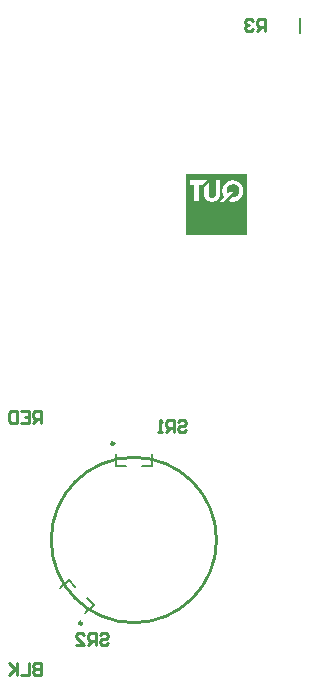
<source format=gbo>
G04 Layer_Color=32896*
%FSLAX25Y25*%
%MOIN*%
G70*
G01*
G75*
%ADD14C,0.01000*%
%ADD22C,0.00984*%
%ADD23C,0.00787*%
%ADD24C,0.00020*%
D14*
X27559Y0D02*
G03*
X27559Y0I-27559J0D01*
G01*
X43640Y169526D02*
Y173525D01*
X41641D01*
X40974Y172858D01*
Y171525D01*
X41641Y170859D01*
X43640D01*
X42307D02*
X40974Y169526D01*
X39641Y172858D02*
X38975Y173525D01*
X37642D01*
X36976Y172858D01*
Y172192D01*
X37642Y171525D01*
X38309D01*
X37642D01*
X36976Y170859D01*
Y170192D01*
X37642Y169526D01*
X38975D01*
X39641Y170192D01*
X14834Y39332D02*
X15501Y39999D01*
X16834D01*
X17500Y39332D01*
Y38666D01*
X16834Y37999D01*
X15501D01*
X14834Y37333D01*
Y36666D01*
X15501Y36000D01*
X16834D01*
X17500Y36666D01*
X13501Y36000D02*
Y39999D01*
X11502D01*
X10836Y39332D01*
Y37999D01*
X11502Y37333D01*
X13501D01*
X12168D02*
X10836Y36000D01*
X9503D02*
X8170D01*
X8836D01*
Y39999D01*
X9503Y39332D01*
X-11166Y-31668D02*
X-10499Y-31001D01*
X-9166D01*
X-8500Y-31668D01*
Y-32334D01*
X-9166Y-33001D01*
X-10499D01*
X-11166Y-33667D01*
Y-34334D01*
X-10499Y-35000D01*
X-9166D01*
X-8500Y-34334D01*
X-12499Y-35000D02*
Y-31001D01*
X-14498D01*
X-15165Y-31668D01*
Y-33001D01*
X-14498Y-33667D01*
X-12499D01*
X-13832D02*
X-15165Y-35000D01*
X-19163D02*
X-16497D01*
X-19163Y-32334D01*
Y-31668D01*
X-18497Y-31001D01*
X-17164D01*
X-16497Y-31668D01*
X-31000Y39000D02*
Y42999D01*
X-32999D01*
X-33666Y42332D01*
Y40999D01*
X-32999Y40333D01*
X-31000D01*
X-32333D02*
X-33666Y39000D01*
X-37664Y42999D02*
X-34999D01*
Y39000D01*
X-37664D01*
X-34999Y40999D02*
X-36332D01*
X-38997Y42999D02*
Y39000D01*
X-40997D01*
X-41663Y39666D01*
Y42332D01*
X-40997Y42999D01*
X-38997D01*
X-31000Y-41001D02*
Y-45000D01*
X-32999D01*
X-33666Y-44334D01*
Y-43667D01*
X-32999Y-43001D01*
X-31000D01*
X-32999D01*
X-33666Y-42334D01*
Y-41668D01*
X-32999Y-41001D01*
X-31000D01*
X-34999D02*
Y-45000D01*
X-37664D01*
X-38997Y-41001D02*
Y-45000D01*
Y-43667D01*
X-41663Y-41001D01*
X-39664Y-43001D01*
X-41663Y-45000D01*
D22*
X-6594Y32185D02*
G03*
X-6594Y32185I-492J0D01*
G01*
X-17255Y-27769D02*
G03*
X-17255Y-27769I-492J0D01*
G01*
D23*
X2756Y24803D02*
X5906D01*
Y28740D01*
X-5906Y24803D02*
X-2756D01*
X-5906D02*
Y28740D01*
X55500Y168941D02*
Y174059D01*
X-21714Y-13363D02*
X-19487Y-15590D01*
X-24498Y-16146D02*
X-21714Y-13363D01*
X-15589Y-19487D02*
X-13363Y-21714D01*
X-16146Y-24498D02*
X-13363Y-21714D01*
D24*
X17500Y102160D02*
X37500D01*
X17500Y102080D02*
X37500D01*
X17500Y102280D02*
X37500D01*
X17500Y102320D02*
X37500D01*
X17500Y102520D02*
X37500D01*
X17500Y102680D02*
X37500D01*
X17500Y102640D02*
X37500D01*
X17500Y102540D02*
X37500D01*
X17500Y102660D02*
X37500D01*
X17500Y102220D02*
X37500D01*
X17500Y102240D02*
X37500D01*
X17500Y102120D02*
X37500D01*
X17500Y102060D02*
X37500D01*
X17500Y102560D02*
X37500D01*
X17500Y102300D02*
X37500D01*
X17500Y102620D02*
X37500D01*
X17500Y102440D02*
X37500D01*
X17500Y102140D02*
X37500D01*
X17500Y102500D02*
X37500D01*
X17500Y102600D02*
X37500D01*
X17500Y102580D02*
X37500D01*
X17500Y102200D02*
X37500D01*
X17500Y102460D02*
X37500D01*
X17500Y102340D02*
X37500D01*
X17500Y102100D02*
X37500D01*
X17500Y102400D02*
X37500D01*
X17500Y102380D02*
X37500D01*
X17500Y102420D02*
X37500D01*
X17500Y102480D02*
X37500D01*
X17500Y102260D02*
X37500D01*
X17500Y102180D02*
X37500D01*
X17500Y102040D02*
X37500D01*
X17500Y102360D02*
X37500D01*
X31180Y113880D02*
X31860D01*
X35520D02*
X37500D01*
X17500Y113900D02*
X19880D01*
X21740D02*
X23440D01*
X17500Y113860D02*
X19880D01*
X31140Y113840D02*
X31820D01*
X35480Y113860D02*
X37500D01*
X28320D02*
X29160D01*
X35460Y113840D02*
X37500D01*
X21740Y113860D02*
X23480D01*
X21740Y113880D02*
X23460D01*
X21740Y113840D02*
X23480D01*
X17500Y113880D02*
X19880D01*
X28300Y113840D02*
X29140D01*
X31160Y113860D02*
X31840D01*
X28340Y113880D02*
X29180D01*
X17500Y113840D02*
X19880D01*
X24180Y119640D02*
X24800D01*
X35020Y119520D02*
X37500D01*
X17500Y119640D02*
X18440D01*
X28700Y119520D02*
X30640D01*
X34880Y119620D02*
X37500D01*
X24920Y119520D02*
X26900D01*
X28700Y119620D02*
X30780D01*
X24920Y119640D02*
X26900D01*
X17500Y119520D02*
X18440D01*
X28700Y119640D02*
X30820D01*
X24080Y119540D02*
X24700D01*
X24920Y119620D02*
X26900D01*
X34840Y119640D02*
X37500D01*
X17500Y119620D02*
X18440D01*
X24100Y119560D02*
X24720D01*
X17500D02*
X18440D01*
X24920Y119540D02*
X26900D01*
X24920Y119660D02*
X26900D01*
X17500D02*
X18440D01*
X28700Y119540D02*
X30680D01*
X35000D02*
X37500D01*
X24200Y119660D02*
X24820D01*
X17500Y119580D02*
X18440D01*
X24120D02*
X24740D01*
X17500Y119540D02*
X18440D01*
X28700Y119660D02*
X30860D01*
X28700Y119460D02*
X30560D01*
X28700Y119480D02*
X30600D01*
X17500D02*
X18440D01*
X35100Y119460D02*
X37500D01*
X34960Y119560D02*
X37500D01*
X34940Y119580D02*
X37500D01*
X24060Y119520D02*
X24680D01*
X35040Y119500D02*
X37500D01*
X24160Y119620D02*
X24780D01*
X24920Y119460D02*
X26900D01*
X24000D02*
X24620D01*
X24920Y119480D02*
X26900D01*
X24920Y119560D02*
X26900D01*
X24920Y119580D02*
X26900D01*
X28700Y119560D02*
X30700D01*
X24020Y119480D02*
X24640D01*
X28700Y119580D02*
X30720D01*
X34900Y119600D02*
X37500D01*
X28700Y119500D02*
X30620D01*
X24040D02*
X24660D01*
X28700Y119600D02*
X30760D01*
X24920D02*
X26900D01*
X17500Y119500D02*
X18440D01*
X24920D02*
X26900D01*
X24140Y119600D02*
X24760D01*
X35080Y119480D02*
X37500D01*
X17500Y119600D02*
X18440D01*
X35880Y114340D02*
X37500D01*
X28460Y114080D02*
X29380D01*
X31400Y114100D02*
X32080D01*
X31660Y114400D02*
X32360D01*
X17500Y114080D02*
X19880D01*
X17500Y114200D02*
X19880D01*
X35560Y113920D02*
X37500D01*
X17500Y114360D02*
X19880D01*
X25800Y114420D02*
X25980D01*
X31240Y113920D02*
X31880D01*
X17500Y114420D02*
X19880D01*
X17500Y114440D02*
X19880D01*
X31260Y113940D02*
X31920D01*
X28400Y113980D02*
X29280D01*
X17500Y113960D02*
X19880D01*
X28380D02*
X29260D01*
X28380Y113940D02*
X29240D01*
X31280Y113960D02*
X31940D01*
X35580Y113940D02*
X37500D01*
X35600Y113960D02*
X37500D01*
X17500Y113980D02*
X19880D01*
X35720Y114120D02*
X37500D01*
X21740Y113960D02*
X23400D01*
X28600Y114420D02*
X29680D01*
X31700Y114440D02*
X32400D01*
X17500Y113920D02*
X19880D01*
X35680Y114060D02*
X37500D01*
X21740Y113920D02*
X23420D01*
X35540Y113900D02*
X37500D01*
X28340D02*
X29200D01*
X35920Y114400D02*
X37500D01*
X31220Y113900D02*
X31880D01*
X25560Y114440D02*
X26240D01*
X28580Y114340D02*
X29640D01*
X21740Y114080D02*
X23360D01*
X31600Y114300D02*
X32260D01*
X35720Y114100D02*
X37500D01*
X31420Y114120D02*
X32100D01*
X35780Y114200D02*
X37500D01*
X17500Y114300D02*
X19880D01*
X21740Y114260D02*
X23280D01*
X21740Y114240D02*
X23280D01*
X21740Y114200D02*
X23300D01*
X28540Y114280D02*
X29580D01*
X21740D02*
X23280D01*
X28600Y114400D02*
X29680D01*
X28460Y114100D02*
X29400D01*
X31380Y114080D02*
X32060D01*
X21740Y114100D02*
X23340D01*
X17500D02*
X19880D01*
X31640Y114340D02*
X32300D01*
X17500Y114180D02*
X19880D01*
X28440Y114040D02*
X29340D01*
X35660D02*
X37500D01*
X17500Y114400D02*
X19880D01*
X35640Y114020D02*
X37500D01*
X21740Y114000D02*
X23400D01*
X31280Y113980D02*
X31960D01*
X28400Y114000D02*
X29300D01*
X35620Y113980D02*
X37500D01*
X17500Y114000D02*
X19880D01*
X31300D02*
X31980D01*
X31460Y114160D02*
X32140D01*
X35620Y114000D02*
X37500D01*
X21740Y114140D02*
X23340D01*
X28420Y114020D02*
X29320D01*
X31320D02*
X32000D01*
X21740D02*
X23380D01*
X17500D02*
X19880D01*
X28600Y114440D02*
X29680D01*
X21740Y113940D02*
X23420D01*
X21740Y113980D02*
X23400D01*
X35940Y114420D02*
X37500D01*
X21740Y114440D02*
X23220D01*
X17500Y113940D02*
X19880D01*
X21740Y114420D02*
X23220D01*
X28360Y113920D02*
X29220D01*
X36080Y114660D02*
X37500D01*
X25000Y114740D02*
X26820D01*
X31920Y114660D02*
X33480D01*
X32020Y114760D02*
X33740D01*
X21740Y114680D02*
X23160D01*
X24940Y114880D02*
X26880D01*
X17500D02*
X19880D01*
X17500Y114040D02*
X19880D01*
X31560Y114260D02*
X32220D01*
X35700Y114080D02*
X37500D01*
X21740Y114700D02*
X23160D01*
X28680D02*
X29540D01*
X25020D02*
X26780D01*
X21740Y114880D02*
X23140D01*
X36100Y114680D02*
X37500D01*
X17500Y114660D02*
X19880D01*
X31980Y114720D02*
X33640D01*
X17500Y114680D02*
X19880D01*
X36180Y114860D02*
X37500D01*
X21740Y114760D02*
X23160D01*
X24940Y114860D02*
X26880D01*
X25060Y114660D02*
X26760D01*
X31660Y114380D02*
X32340D01*
X21740Y114040D02*
X23380D01*
X35900Y114360D02*
X37500D01*
X35920Y114380D02*
X37500D01*
X17500Y114120D02*
X19880D01*
X21740Y114340D02*
X23240D01*
X21740Y114120D02*
X23340D01*
X35740Y114140D02*
X37500D01*
X17500Y114380D02*
X19880D01*
X17500Y114060D02*
X19880D01*
X21740Y114360D02*
X23240D01*
X31500Y114200D02*
X32160D01*
X17500Y114320D02*
X19880D01*
X35800Y114220D02*
X37500D01*
X31680Y114420D02*
X32380D01*
X35880Y114320D02*
X37500D01*
X28560D02*
X29620D01*
X21740Y114400D02*
X23240D01*
X28560Y114300D02*
X29600D01*
X35860D02*
X37500D01*
X21740D02*
X23260D01*
X32060Y114820D02*
X33860D01*
X21740Y114180D02*
X23320D01*
X21740Y114060D02*
X23360D01*
X35760Y114160D02*
X37500D01*
X28520Y114220D02*
X29520D01*
X17500Y114740D02*
X19880D01*
X36080Y114640D02*
X37500D01*
X21740Y114860D02*
X23140D01*
X24940Y114840D02*
X26860D01*
X36160Y114820D02*
X37500D01*
X25000Y114720D02*
X26800D01*
X28660Y114660D02*
X29560D01*
X17500Y114700D02*
X19880D01*
X21740Y114740D02*
X23160D01*
X28680Y114720D02*
X29520D01*
X36120D02*
X37500D01*
X21740Y114660D02*
X23160D01*
X17500Y114160D02*
X19880D01*
X36200Y114880D02*
X37500D01*
X31900Y114640D02*
X33420D01*
X21740Y114720D02*
X23160D01*
X28480Y114120D02*
X29420D01*
X21740Y114820D02*
X23140D01*
X17500Y114720D02*
X19880D01*
X25100Y114620D02*
X26700D01*
X31620Y114320D02*
X32280D01*
X21740Y114160D02*
X23320D01*
X35780Y114180D02*
X37500D01*
X31640Y114360D02*
X32320D01*
X28500Y114160D02*
X29460D01*
X31340Y114040D02*
X32020D01*
X28580Y114360D02*
X29660D01*
X31480Y114180D02*
X32160D01*
X21740Y114220D02*
X23300D01*
X28520Y114200D02*
X29500D01*
X31540Y114240D02*
X32200D01*
X28580Y114380D02*
X29680D01*
X28540Y114240D02*
X29540D01*
X17500Y114260D02*
X19880D01*
X17500Y114220D02*
X19880D01*
X35820Y114240D02*
X37500D01*
X35960Y114440D02*
X37500D01*
X31740Y114480D02*
X32440D01*
X17500Y114460D02*
X19880D01*
X25440D02*
X26340D01*
X21740D02*
X23220D01*
X28620D02*
X29680D01*
X35960D02*
X37500D01*
X31720D02*
X32420D01*
X21740Y114480D02*
X23200D01*
X17500D02*
X19880D01*
X25380D02*
X26420D01*
X25320Y114500D02*
X26480D01*
X17500D02*
X19880D01*
X28620Y114480D02*
X29660D01*
X25220Y114540D02*
X26580D01*
X35980Y114480D02*
X37500D01*
X35840Y114260D02*
X37500D01*
X21740Y114500D02*
X23200D01*
X17500Y114520D02*
X19880D01*
X31760Y114500D02*
X32460D01*
X31780Y114520D02*
X32460D01*
X25260D02*
X26540D01*
X28640D02*
X29640D01*
X21740Y114540D02*
X23200D01*
X17500D02*
X19880D01*
X28640D02*
X29620D01*
X32560Y114600D02*
X33240D01*
X31800Y114540D02*
X32480D01*
X31820Y114560D02*
X32500D01*
X17500D02*
X19880D01*
X36020Y114540D02*
X37500D01*
X21740Y114580D02*
X23180D01*
X21740Y114560D02*
X23180D01*
X25180D02*
X26620D01*
X28640D02*
X29620D01*
X21740Y114620D02*
X23180D01*
X36020Y114560D02*
X37500D01*
X17500Y114580D02*
X19880D01*
X28640D02*
X29600D01*
X25160D02*
X26660D01*
X28660Y114600D02*
X29580D01*
X32660Y114580D02*
X33100D01*
X17500Y114620D02*
X19880D01*
X31840Y114580D02*
X32520D01*
X28660Y114620D02*
X29580D01*
X28660Y114640D02*
X29560D01*
X28500Y114180D02*
X29480D01*
X36100Y114700D02*
X37500D01*
X36040Y114600D02*
X37500D01*
X17500Y114340D02*
X19880D01*
X28480Y114140D02*
X29440D01*
X31440D02*
X32120D01*
X28440Y114060D02*
X29360D01*
X31360D02*
X32040D01*
X17500Y114140D02*
X19880D01*
X35980Y114500D02*
X37500D01*
X21740Y114380D02*
X23240D01*
X17500Y114240D02*
X19880D01*
X31580Y114280D02*
X32240D01*
X28620Y114500D02*
X29640D01*
X21740Y114520D02*
X23200D01*
X36000D02*
X37500D01*
X31880Y114620D02*
X33340D01*
X36060D02*
X37500D01*
X17500Y114640D02*
X19880D01*
X17500Y114900D02*
X19880D01*
X17500Y114280D02*
X19880D01*
X21740Y114320D02*
X23260D01*
X25120Y114600D02*
X26680D01*
X17500D02*
X19880D01*
X36120Y114740D02*
X37500D01*
X36040Y114580D02*
X37500D01*
X21740Y114600D02*
X23180D01*
X35840Y114280D02*
X37500D01*
X32000Y114740D02*
X33700D01*
X31860Y114600D02*
X32540D01*
X28540Y114260D02*
X29560D01*
X25080Y114640D02*
X26740D01*
X28680Y114740D02*
X29520D01*
X31520Y114220D02*
X32180D01*
X21740Y114640D02*
X23160D01*
X28680Y114780D02*
X29500D01*
X24980D02*
X26840D01*
X32020D02*
X33780D01*
X17500Y114760D02*
X19880D01*
X28700Y114840D02*
X29460D01*
X25040Y114680D02*
X26780D01*
X17500Y114800D02*
X19880D01*
X28680Y114820D02*
X29480D01*
X28680Y114680D02*
X29540D01*
X28680Y114800D02*
X29480D01*
X17500Y114840D02*
X19880D01*
X21740D02*
X23140D01*
X36160Y114800D02*
X37500D01*
X32040D02*
X33820D01*
X28680Y114760D02*
X29500D01*
X17500Y114780D02*
X19880D01*
X21740Y114800D02*
X23140D01*
X17500Y114820D02*
X19880D01*
X24960Y114800D02*
X26840D01*
X36140Y114780D02*
X37500D01*
X17500Y114860D02*
X19880D01*
X32080Y114840D02*
X33880D01*
X36180D02*
X37500D01*
X36140Y114760D02*
X37500D01*
X21740Y114780D02*
X23140D01*
X28700Y114880D02*
X29440D01*
X24960Y114820D02*
X26860D01*
X28700Y114860D02*
X29460D01*
X32100D02*
X33920D01*
X31960Y114700D02*
X33600D01*
X32120Y114880D02*
X33960D01*
X31940Y114680D02*
X33540D01*
X24980Y114760D02*
X26820D01*
X28700Y117820D02*
X29340D01*
X21740Y117900D02*
X23180D01*
X36300Y117880D02*
X37500D01*
X21740Y117820D02*
X23140D01*
X31520Y117960D02*
X34240D01*
X17500Y117860D02*
X19880D01*
X24920Y117920D02*
X26900D01*
X17500Y117940D02*
X19880D01*
X31380Y117800D02*
X34400D01*
X28700Y117920D02*
X29380D01*
X28700Y117840D02*
X29360D01*
X31480Y117920D02*
X34280D01*
X28700Y117880D02*
X29360D01*
X21740Y117940D02*
X23200D01*
X36260Y117960D02*
X37500D01*
X31400Y117820D02*
X34380D01*
X24920Y117900D02*
X26900D01*
X24920Y117880D02*
X26900D01*
X31440Y117860D02*
X34340D01*
X24920Y117940D02*
X26900D01*
X36300Y117860D02*
X37500D01*
X36300Y117840D02*
X37500D01*
X17500D02*
X19880D01*
X28700Y117860D02*
X29360D01*
X21740Y117960D02*
X23220D01*
X17500Y117920D02*
X19880D01*
X36320Y117800D02*
X37500D01*
X24920Y117820D02*
X26900D01*
X28700Y117900D02*
X29380D01*
X24920Y117840D02*
X26900D01*
X24920Y117960D02*
X26900D01*
X28700Y117940D02*
X29400D01*
X28700Y117800D02*
X29340D01*
X31500Y117940D02*
X34260D01*
X17500Y117900D02*
X19880D01*
X36320Y117820D02*
X37500D01*
X17500Y117980D02*
X19880D01*
X36280Y117900D02*
X37500D01*
X31420Y117840D02*
X34360D01*
X17500Y117880D02*
X19880D01*
X31440D02*
X34320D01*
X24920Y117860D02*
X26900D01*
X17500Y117960D02*
X19880D01*
X36260Y117940D02*
X37500D01*
X36280Y117920D02*
X37500D01*
X28700Y117960D02*
X29400D01*
X21740Y117860D02*
X23140D01*
X21740Y117880D02*
X23160D01*
X21740Y117840D02*
X23140D01*
X17500Y117820D02*
X19880D01*
X21740Y117920D02*
X23200D01*
X31460Y117900D02*
X34300D01*
X17500Y106600D02*
X37500D01*
X17500Y106820D02*
X37500D01*
X17500Y106300D02*
X37500D01*
X17500Y106780D02*
X37500D01*
X17500Y106580D02*
X37500D01*
X17500Y106560D02*
X37500D01*
X17500Y106760D02*
X37500D01*
X17500Y106800D02*
X37500D01*
X17500Y106340D02*
X37500D01*
X17500Y106160D02*
X37500D01*
X17500Y106680D02*
X37500D01*
X17500Y106860D02*
X37500D01*
X17500Y111420D02*
X37500D01*
X17500Y106400D02*
X37500D01*
X17500Y106880D02*
X37500D01*
X17500Y106620D02*
X37500D01*
X17500Y106460D02*
X37500D01*
X17500Y106720D02*
X37500D01*
X17500Y106900D02*
X37500D01*
X17500Y106380D02*
X37500D01*
X17500Y110660D02*
X37500D01*
X17500Y106840D02*
X37500D01*
X17500Y106660D02*
X37500D01*
X17500Y106360D02*
X37500D01*
X17500Y106640D02*
X37500D01*
X17500Y106520D02*
X37500D01*
X17500Y106920D02*
X37500D01*
X17500Y110200D02*
X37500D01*
X17500Y106260D02*
X37500D01*
X17500Y106740D02*
X37500D01*
X17500Y106700D02*
X37500D01*
X17500Y106480D02*
X37500D01*
X17500Y106500D02*
X37500D01*
X17500Y106420D02*
X37500D01*
X17500Y106280D02*
X37500D01*
X17500Y106440D02*
X37500D01*
X17500Y106540D02*
X37500D01*
X17500Y106000D02*
X37500D01*
X17500Y110940D02*
X37500D01*
X17500Y111520D02*
X37500D01*
X17500Y105980D02*
X37500D01*
X17500Y107060D02*
X37500D01*
X17500Y110040D02*
X37500D01*
X17500Y110620D02*
X37500D01*
X17500Y106100D02*
X37500D01*
X17500Y111720D02*
X37500D01*
X17500Y111220D02*
X37500D01*
X17500Y111940D02*
X37500D01*
X17500Y111800D02*
X37500D01*
X17500Y111740D02*
X37500D01*
X17500Y111900D02*
X37500D01*
X17500Y111280D02*
X37500D01*
X17500Y110860D02*
X37500D01*
X17500Y111960D02*
X37500D01*
X17500Y111920D02*
X37500D01*
X17500Y110920D02*
X37500D01*
X17500Y111560D02*
X37500D01*
X17500Y110820D02*
X37500D01*
X17500Y111320D02*
X37500D01*
X17500Y111840D02*
X37500D01*
X17500Y106020D02*
X37500D01*
X17500Y106120D02*
X37500D01*
X17500Y111440D02*
X37500D01*
X17500Y111180D02*
X37500D01*
X17500Y111300D02*
X37500D01*
X17500Y111980D02*
X37500D01*
X17500Y110800D02*
X37500D01*
X17500Y111340D02*
X37500D01*
X17500Y111540D02*
X37500D01*
X17500Y110700D02*
X37500D01*
X17500Y110760D02*
X37500D01*
X17500Y106140D02*
X37500D01*
X17500Y111680D02*
X37500D01*
X17500Y111380D02*
X37500D01*
X17500Y111860D02*
X37500D01*
X17500Y110380D02*
X37500D01*
X17500Y110460D02*
X37500D01*
X17500Y110420D02*
X37500D01*
X17500Y110440D02*
X37500D01*
X17500Y110480D02*
X37500D01*
X17500Y110500D02*
X37500D01*
X17500Y110520D02*
X37500D01*
X17500Y110540D02*
X37500D01*
X17500Y110400D02*
X37500D01*
X17500Y110560D02*
X37500D01*
X17500Y110580D02*
X37500D01*
X17500Y111580D02*
X37500D01*
X17500Y110600D02*
X37500D01*
X17500Y107000D02*
X37500D01*
X17500Y107240D02*
X37500D01*
X17500Y111760D02*
X37500D01*
X17500Y111820D02*
X37500D01*
X17500Y106320D02*
X37500D01*
X17500Y111600D02*
X37500D01*
X17500Y111780D02*
X37500D01*
X17500Y111880D02*
X37500D01*
X17500Y106180D02*
X37500D01*
X17500Y110780D02*
X37500D01*
X17500Y111200D02*
X37500D01*
X17500Y106200D02*
X37500D01*
X17500Y111400D02*
X37500D01*
X17500Y107020D02*
X37500D01*
X17500Y110640D02*
X37500D01*
X17500Y107040D02*
X37500D01*
X17500Y106240D02*
X37500D01*
X17500Y106980D02*
X37500D01*
X17500Y110980D02*
X37500D01*
X17500Y111660D02*
X37500D01*
X17500Y107260D02*
X37500D01*
X17500Y111640D02*
X37500D01*
X17500Y106960D02*
X37500D01*
X17500Y107220D02*
X37500D01*
X17500Y107300D02*
X37500D01*
X17500Y106060D02*
X37500D01*
X17500Y106080D02*
X37500D01*
X17500Y107320D02*
X37500D01*
X17500Y107280D02*
X37500D01*
X17500Y107340D02*
X37500D01*
X17500Y111260D02*
X37500D01*
X17500Y110680D02*
X37500D01*
X17500Y111360D02*
X37500D01*
X17500Y111240D02*
X37500D01*
X17500Y110960D02*
X37500D01*
X17500Y110900D02*
X37500D01*
X17500Y110840D02*
X37500D01*
X17500Y111080D02*
X37500D01*
X17500Y111000D02*
X37500D01*
X17500Y111620D02*
X37500D01*
X17500Y111020D02*
X37500D01*
X17500Y111040D02*
X37500D01*
X17500Y111100D02*
X37500D01*
X17500Y111060D02*
X37500D01*
X17500Y111480D02*
X37500D01*
X17500Y111700D02*
X37500D01*
X17500Y111500D02*
X37500D01*
X17500Y111160D02*
X37500D01*
X17500Y106040D02*
X37500D01*
X17500Y111140D02*
X37500D01*
X17500Y111120D02*
X37500D01*
X17500Y110720D02*
X37500D01*
X17500Y110880D02*
X37500D01*
X17500Y111460D02*
X37500D01*
X17500Y107200D02*
X37500D01*
X17500Y106220D02*
X37500D01*
X17500Y108800D02*
X37500D01*
X17500Y107460D02*
X37500D01*
X17500Y108900D02*
X37500D01*
X17500Y108820D02*
X37500D01*
X17500Y108840D02*
X37500D01*
X17500Y108860D02*
X37500D01*
X17500Y108880D02*
X37500D01*
X17500Y108920D02*
X37500D01*
X17500Y108940D02*
X37500D01*
X17500Y108960D02*
X37500D01*
X17500Y109000D02*
X37500D01*
X17500Y108980D02*
X37500D01*
X17500Y109100D02*
X37500D01*
X17500Y109020D02*
X37500D01*
X17500Y109040D02*
X37500D01*
X17500Y107780D02*
X37500D01*
X17500Y109080D02*
X37500D01*
X17500Y109060D02*
X37500D01*
X17500Y109220D02*
X37500D01*
X17500Y109120D02*
X37500D01*
X17500Y109160D02*
X37500D01*
X17500Y109140D02*
X37500D01*
X17500Y109180D02*
X37500D01*
X17500Y109240D02*
X37500D01*
X17500Y109200D02*
X37500D01*
X17500Y107800D02*
X37500D01*
X17500Y110740D02*
X37500D01*
X17500Y107960D02*
X37500D01*
X17500Y107440D02*
X37500D01*
X17500Y107820D02*
X37500D01*
X17500Y107860D02*
X37500D01*
X17500Y107840D02*
X37500D01*
X17500Y107400D02*
X37500D01*
X17500Y107880D02*
X37500D01*
X17500Y107900D02*
X37500D01*
X17500Y108000D02*
X37500D01*
X17500Y107940D02*
X37500D01*
X17500Y107920D02*
X37500D01*
X17500Y107980D02*
X37500D01*
X17500Y108040D02*
X37500D01*
X17500Y108020D02*
X37500D01*
X17500Y108060D02*
X37500D01*
X17500Y109280D02*
X37500D01*
X17500Y108080D02*
X37500D01*
X17500Y107380D02*
X37500D01*
X17500Y107180D02*
X37500D01*
X17500Y107160D02*
X37500D01*
X17500Y107100D02*
X37500D01*
X17500Y107120D02*
X37500D01*
X17500Y107140D02*
X37500D01*
X17500Y107360D02*
X37500D01*
X17500Y108740D02*
X37500D01*
X17500Y108760D02*
X37500D01*
X17500Y108720D02*
X37500D01*
X17500Y109340D02*
X37500D01*
X17500Y107520D02*
X37500D01*
X17500Y107540D02*
X37500D01*
X17500Y109300D02*
X37500D01*
X17500Y109260D02*
X37500D01*
X17500Y108120D02*
X37500D01*
X17500Y107760D02*
X37500D01*
X17500Y108100D02*
X37500D01*
X17500Y107500D02*
X37500D01*
X17500Y110340D02*
X37500D01*
X17500Y107600D02*
X37500D01*
X17500Y107560D02*
X37500D01*
X17500Y107720D02*
X37500D01*
X17500Y107580D02*
X37500D01*
X17500Y107620D02*
X37500D01*
X17500Y107640D02*
X37500D01*
X17500Y108700D02*
X37500D01*
X17500Y107660D02*
X37500D01*
X17500Y107700D02*
X37500D01*
X17500Y107480D02*
X37500D01*
X17500Y110360D02*
X37500D01*
X17500Y109460D02*
X37500D01*
X17500Y107680D02*
X37500D01*
X17500Y107740D02*
X37500D01*
X17500Y108200D02*
X37500D01*
X17500Y108280D02*
X37500D01*
X17500Y107420D02*
X37500D01*
X17500Y108140D02*
X37500D01*
X17500Y108160D02*
X37500D01*
X17500Y108180D02*
X37500D01*
X17500Y108220D02*
X37500D01*
X17500Y108260D02*
X37500D01*
X17500Y108240D02*
X37500D01*
X17500Y108560D02*
X37500D01*
X17500Y108300D02*
X37500D01*
X17500Y108340D02*
X37500D01*
X17500Y108320D02*
X37500D01*
X17500Y108400D02*
X37500D01*
X17500Y108360D02*
X37500D01*
X17500Y108380D02*
X37500D01*
X17500Y108540D02*
X37500D01*
X17500Y108440D02*
X37500D01*
X17500Y108420D02*
X37500D01*
X17500Y108460D02*
X37500D01*
X17500Y108500D02*
X37500D01*
X17500Y108520D02*
X37500D01*
X17500Y108480D02*
X37500D01*
X17500Y108580D02*
X37500D01*
X17500Y106940D02*
X37500D01*
X17500Y108680D02*
X37500D01*
X17500Y108620D02*
X37500D01*
X17500Y108600D02*
X37500D01*
X17500Y108640D02*
X37500D01*
X17500Y108660D02*
X37500D01*
X17500Y108780D02*
X37500D01*
X17500Y109320D02*
X37500D01*
X17500Y109360D02*
X37500D01*
X17500Y107080D02*
X37500D01*
X17500Y109400D02*
X37500D01*
X17500Y109380D02*
X37500D01*
X17500Y109760D02*
X37500D01*
X17500Y110320D02*
X37500D01*
X17500Y110260D02*
X37500D01*
X17500Y110080D02*
X37500D01*
X17500Y110220D02*
X37500D01*
X17500Y110240D02*
X37500D01*
X17500Y110300D02*
X37500D01*
X17500Y110100D02*
X37500D01*
X17500Y110280D02*
X37500D01*
X17500Y110120D02*
X37500D01*
X17500Y109780D02*
X37500D01*
X17500Y110140D02*
X37500D01*
X17500Y110160D02*
X37500D01*
X17500Y110180D02*
X37500D01*
X17500Y110060D02*
X37500D01*
X17500Y109840D02*
X37500D01*
X17500Y110020D02*
X37500D01*
X17500Y110000D02*
X37500D01*
X17500Y109920D02*
X37500D01*
X17500Y109940D02*
X37500D01*
X17500Y109960D02*
X37500D01*
X17500Y109980D02*
X37500D01*
X17500Y109900D02*
X37500D01*
X17500Y109700D02*
X37500D01*
X17500Y109860D02*
X37500D01*
X17500Y109820D02*
X37500D01*
X17500Y109720D02*
X37500D01*
X17500Y109880D02*
X37500D01*
X17500Y109800D02*
X37500D01*
X17500Y109580D02*
X37500D01*
X17500Y109740D02*
X37500D01*
X17500Y109480D02*
X37500D01*
X17500Y109600D02*
X37500D01*
X17500Y109520D02*
X37500D01*
X17500Y109680D02*
X37500D01*
X17500Y109660D02*
X37500D01*
X17500Y109620D02*
X37500D01*
X17500Y109640D02*
X37500D01*
X17500Y109540D02*
X37500D01*
X17500Y109560D02*
X37500D01*
X17500Y109440D02*
X37500D01*
X17500Y109420D02*
X37500D01*
X17500Y109500D02*
X37500D01*
X27160Y112960D02*
X28300D01*
X30320D02*
X31460D01*
X27260Y113000D02*
X28320D01*
X34200Y112960D02*
X37500D01*
X17500D02*
X19880D01*
X17500Y112980D02*
X19880D01*
X21740D02*
X24560D01*
X30340D02*
X31420D01*
X21740Y113000D02*
X24500D01*
X27220Y112980D02*
X28320D01*
X34240D02*
X37500D01*
X30360Y113000D02*
X31380D01*
X27320Y113020D02*
X28340D01*
X34300Y113000D02*
X37500D01*
X17500Y113020D02*
X19880D01*
X21740D02*
X24460D01*
X17500Y113000D02*
X19880D01*
X17500Y113040D02*
X19880D01*
X30380Y113020D02*
X31340D01*
X34340D02*
X37500D01*
X34160Y112940D02*
X37500D01*
X21740Y113040D02*
X24420D01*
X27360D02*
X28360D01*
X17500Y113060D02*
X19880D01*
X17500Y113500D02*
X19880D01*
X30680Y113360D02*
X31400D01*
X27400Y113060D02*
X28380D01*
X17500Y113280D02*
X19880D01*
X21740Y113400D02*
X23880D01*
X17500Y113420D02*
X19880D01*
X27920Y113400D02*
X28720D01*
X34980D02*
X37500D01*
X30720D02*
X31440D01*
X17500D02*
X19880D01*
X34960Y113380D02*
X37500D01*
X30700D02*
X31420D01*
X21740D02*
X23900D01*
X27880D02*
X28700D01*
X34900Y113340D02*
X37500D01*
X17500Y113380D02*
X19880D01*
X17500Y113360D02*
X19880D01*
X34940D02*
X37500D01*
X21740D02*
X23920D01*
X17500Y113440D02*
X19880D01*
X27760Y113280D02*
X28600D01*
X30600D02*
X31320D01*
X34780Y113260D02*
X37500D01*
X21740Y113280D02*
X24020D01*
X27740Y113260D02*
X28580D01*
X30580D02*
X31300D01*
X21740D02*
X24040D01*
X17500D02*
X19880D01*
X34740Y113240D02*
X37500D01*
X30560D02*
X31300D01*
X27700D02*
X28560D01*
X21740D02*
X24080D01*
X17500D02*
X19880D01*
X17500Y113220D02*
X19880D01*
X34720D02*
X37500D01*
X17500Y113180D02*
X19880D01*
X30540Y113220D02*
X31280D01*
X27680D02*
X28540D01*
X21740D02*
X24100D01*
X30520Y113200D02*
X31260D01*
X34680D02*
X37500D01*
X21740D02*
X24140D01*
X27640D02*
X28520D01*
X17500D02*
X19880D01*
X34660Y113180D02*
X37500D01*
X27600D02*
X28500D01*
X30500D02*
X31240D01*
X34620Y113160D02*
X37500D01*
X21740Y113180D02*
X24160D01*
X27580Y113160D02*
X28480D01*
X30500D02*
X31220D01*
X21740D02*
X24200D01*
X17500D02*
X19880D01*
X34580Y113140D02*
X37500D01*
X30480D02*
X31200D01*
X27540D02*
X28460D01*
X21740D02*
X24220D01*
X17500D02*
X19880D01*
X17500Y113100D02*
X19880D01*
X34540Y113120D02*
X37500D01*
X30480D02*
X31180D01*
X27500D02*
X28440D01*
X21740D02*
X24260D01*
X17500D02*
X19880D01*
X34500Y113100D02*
X37500D01*
X30460D02*
X31200D01*
X27480D02*
X28420D01*
X21740D02*
X24300D01*
X34460Y113080D02*
X37500D01*
X30440D02*
X31220D01*
X27440D02*
X28400D01*
X21740D02*
X24340D01*
X17500D02*
X19880D01*
X34420Y113060D02*
X37500D01*
X30400Y113040D02*
X31300D01*
X30420Y113060D02*
X31260D01*
X21740Y113420D02*
X23860D01*
X30660Y113340D02*
X31380D01*
X27860Y113360D02*
X28680D01*
X27840Y113340D02*
X28660D01*
X27940Y113420D02*
X28740D01*
X21740Y113340D02*
X23940D01*
X17500Y112940D02*
X19880D01*
X17500Y113340D02*
X19880D01*
X34380Y113040D02*
X37500D01*
X34880Y113320D02*
X37500D01*
X30640D02*
X31360D01*
X21740D02*
X23960D01*
X27820D02*
X28640D01*
X17500D02*
X19880D01*
X17500Y113300D02*
X19880D01*
X34840D02*
X37500D01*
X34820Y113280D02*
X37500D01*
X30620Y113300D02*
X31340D01*
X27780D02*
X28620D01*
X21740D02*
X24000D01*
X21740Y113060D02*
X24380D01*
X30740Y113420D02*
X31460D01*
X21740Y113440D02*
X23820D01*
X35100Y113480D02*
X37500D01*
X30800D02*
X31500D01*
X28000D02*
X28800D01*
X21740D02*
X23780D01*
X17500D02*
X19880D01*
X35060Y113460D02*
X37500D01*
X30780D02*
X31480D01*
X27980D02*
X28780D01*
X21740D02*
X23800D01*
X17500D02*
X19880D01*
X35040Y113440D02*
X37500D01*
X30760D02*
X31480D01*
X27960D02*
X28760D01*
X35020Y113420D02*
X37500D01*
X21740Y113600D02*
X23680D01*
X17500Y112200D02*
X37500D01*
X21740Y112960D02*
X24580D01*
X35120Y113500D02*
X37500D01*
X21740Y112940D02*
X24640D01*
X27120D02*
X28280D01*
X28060Y113540D02*
X28860D01*
X17500Y113560D02*
X19880D01*
X30860Y113540D02*
X31560D01*
X28080Y113560D02*
X28880D01*
X21740D02*
X23700D01*
X21740Y113720D02*
X23580D01*
X30280Y112920D02*
X31560D01*
X35160Y113540D02*
X37500D01*
X35320Y113700D02*
X37500D01*
X30880Y113560D02*
X31580D01*
X17500Y113540D02*
X19880D01*
X17500Y112020D02*
X37500D01*
X21740Y113540D02*
X23720D01*
X35180Y113560D02*
X37500D01*
X31000Y113700D02*
X31680D01*
X21740Y113660D02*
X23620D01*
X31120Y113820D02*
X31800D01*
X17500D02*
X19880D01*
X21740Y113760D02*
X23540D01*
X30880Y113580D02*
X31600D01*
X17500Y113640D02*
X19880D01*
X35300Y113680D02*
X37500D01*
X31080Y113780D02*
X31760D01*
X21740D02*
X23540D01*
X28240D02*
X29080D01*
X17500D02*
X19880D01*
X28280Y113820D02*
X29120D01*
X31040Y113740D02*
X31720D01*
X21740Y113820D02*
X23500D01*
X17500Y113620D02*
X19880D01*
X30900Y113600D02*
X31620D01*
X21740Y113620D02*
X23660D01*
X28220Y113740D02*
X29040D01*
X17500Y113760D02*
X19880D01*
X35360Y113740D02*
X37500D01*
X35400Y113780D02*
X37500D01*
X35220Y113600D02*
X37500D01*
X28180Y113680D02*
X29000D01*
X17500D02*
X19880D01*
X28040Y113520D02*
X28840D01*
X35420Y113800D02*
X37500D01*
X30980Y113680D02*
X31660D01*
X35240Y113620D02*
X37500D01*
X17500Y112440D02*
X37500D01*
X28020Y113500D02*
X28820D01*
X17500Y112040D02*
X37500D01*
X17500Y112500D02*
X37500D01*
X21740Y113680D02*
X23600D01*
X17500Y113700D02*
X19880D01*
X28160Y113660D02*
X28980D01*
X30960D02*
X31660D01*
X21740Y113520D02*
X23740D01*
X30300Y112940D02*
X31500D01*
X17500Y113520D02*
X19880D01*
X35220Y113580D02*
X37500D01*
X21740D02*
X23680D01*
X35260Y113640D02*
X37500D01*
X17500Y113580D02*
X19880D01*
X30820Y113500D02*
X31520D01*
X35140Y113520D02*
X37500D01*
X31020Y113720D02*
X31700D01*
X28100Y113580D02*
X28900D01*
X35380Y113760D02*
X37500D01*
X21740Y113700D02*
X23580D01*
X21740Y113800D02*
X23520D01*
X31060Y113760D02*
X31740D01*
X28240D02*
X29060D01*
X35280Y113660D02*
X37500D01*
X21740Y113500D02*
X23760D01*
X35340Y113720D02*
X37500D01*
X30840Y113520D02*
X31540D01*
X28200Y113720D02*
X29020D01*
X17500D02*
X19880D01*
X21740Y113640D02*
X23640D01*
X17500Y113740D02*
X19880D01*
X28140Y113620D02*
X28940D01*
X30920D02*
X31620D01*
X28160Y113640D02*
X28960D01*
X31100Y113800D02*
X31780D01*
X28260D02*
X29100D01*
X17500D02*
X19880D01*
X30940Y113640D02*
X31640D01*
X17500Y112180D02*
X37500D01*
X17500Y112120D02*
X37500D01*
X17500Y112140D02*
X37500D01*
X17500Y112100D02*
X37500D01*
X17500Y112160D02*
X37500D01*
X17500Y112600D02*
X37500D01*
X17500Y112580D02*
X37500D01*
X17500Y112560D02*
X37500D01*
X17500Y112540D02*
X37500D01*
X17500Y112520D02*
X37500D01*
X17500Y112220D02*
X37500D01*
X17500Y112260D02*
X37500D01*
X17500Y112240D02*
X37500D01*
X21740Y113740D02*
X23560D01*
X17500Y112000D02*
X37500D01*
X28180Y113700D02*
X29020D01*
X28120Y113600D02*
X28920D01*
X17500Y113660D02*
X19880D01*
X17500Y112080D02*
X37500D01*
X17500Y112340D02*
X37500D01*
X17500Y112420D02*
X37500D01*
X34100Y112920D02*
X37500D01*
X35440Y113820D02*
X37500D01*
X17500Y113600D02*
X19880D01*
X17500Y112320D02*
X37500D01*
X17500Y112460D02*
X37500D01*
X17500Y112280D02*
X37500D01*
X17500Y112700D02*
X32620D01*
X17500Y112680D02*
X37500D01*
X17500Y112720D02*
X32400D01*
X33320D02*
X37500D01*
X17500Y112640D02*
X37500D01*
X26120Y112740D02*
X32260D01*
X33140Y112700D02*
X37500D01*
X17500Y112620D02*
X37500D01*
X17500Y112740D02*
X25620D01*
X17500Y112660D02*
X37500D01*
X17500Y112480D02*
X37500D01*
X17500Y112300D02*
X37500D01*
X33460Y112740D02*
X37500D01*
X17500Y112060D02*
X37500D01*
X26880Y112860D02*
X28200D01*
X21740D02*
X24880D01*
X26360Y112760D02*
X32140D01*
X17500Y112860D02*
X19880D01*
X17500Y112760D02*
X25400D01*
X26800Y112840D02*
X28180D01*
X17500Y112820D02*
X25040D01*
X17500Y112800D02*
X25140D01*
X26720Y112820D02*
X31860D01*
X33740Y112800D02*
X37500D01*
X26620D02*
X31940D01*
X17500Y112840D02*
X24960D01*
X17500Y112400D02*
X37500D01*
X17500Y112360D02*
X37500D01*
X33660Y112780D02*
X37500D01*
X33560Y112760D02*
X37500D01*
X33820Y112820D02*
X37500D01*
X17500Y112780D02*
X25260D01*
X17500Y112380D02*
X37500D01*
X26500Y112780D02*
X32040D01*
X30260Y112900D02*
X31620D01*
X30200Y112840D02*
X31780D01*
X30220Y112860D02*
X31720D01*
X27060Y112920D02*
X28260D01*
X17500D02*
X19880D01*
X27000Y112900D02*
X28240D01*
X33880Y112840D02*
X37500D01*
X21740Y112880D02*
X24800D01*
X17500D02*
X19880D01*
X33940Y112860D02*
X37500D01*
X21740Y112920D02*
X24680D01*
X34040Y112900D02*
X37500D01*
X30240Y112880D02*
X31660D01*
X34020D02*
X37500D01*
X21740Y112900D02*
X24740D01*
X26960Y112880D02*
X28220D01*
X17500Y112900D02*
X19880D01*
X31280Y117660D02*
X34500D01*
X36360D02*
X37500D01*
X17500D02*
X19880D01*
X36360Y117640D02*
X37500D01*
X24920Y117660D02*
X26900D01*
X28700D02*
X29280D01*
X21740D02*
X23140D01*
X31260Y117640D02*
X34500D01*
X28700D02*
X29280D01*
X21740D02*
X23140D01*
X24920D02*
X26900D01*
X17500D02*
X19880D01*
X36380Y117620D02*
X37500D01*
X36380Y117600D02*
X37500D01*
X31240Y117620D02*
X34520D01*
X28700D02*
X29280D01*
X24920D02*
X26900D01*
X21740D02*
X23140D01*
X17500D02*
X19880D01*
X21740Y117600D02*
X23140D01*
X31240D02*
X34540D01*
X17500D02*
X19880D01*
X28700D02*
X29280D01*
X24920D02*
X26900D01*
X21740Y117040D02*
X23140D01*
X17500Y117580D02*
X19880D01*
X31220D02*
X34540D01*
X36380D02*
X37500D01*
X28700D02*
X29280D01*
X24920D02*
X26900D01*
X17500Y117040D02*
X19880D01*
X21740Y117580D02*
X23140D01*
X36400Y117560D02*
X37500D01*
X28700D02*
X29260D01*
X31200D02*
X34560D01*
X24920D02*
X26900D01*
X21740D02*
X23140D01*
X17500D02*
X19880D01*
X36400Y117540D02*
X37500D01*
X17500Y116920D02*
X19880D01*
X24920Y116880D02*
X26900D01*
X28700D02*
X29120D01*
X24920Y117540D02*
X26900D01*
X36540Y116840D02*
X37500D01*
X28700Y116900D02*
X29120D01*
X31120Y117420D02*
X34640D01*
X36440D02*
X37500D01*
X28700Y117440D02*
X29240D01*
X17500D02*
X19880D01*
X21740D02*
X23140D01*
X36420D02*
X37500D01*
X36440Y117400D02*
X37500D01*
X24920Y117440D02*
X26900D01*
X31140D02*
X34620D01*
X31100Y117400D02*
X34660D01*
X21740Y116980D02*
X23140D01*
X28700Y117540D02*
X29260D01*
X21740D02*
X23140D01*
X21740Y117400D02*
X23140D01*
X17500Y117460D02*
X19880D01*
X21740Y117500D02*
X23140D01*
X24920Y116980D02*
X26900D01*
X17500Y117420D02*
X19880D01*
X17500Y117000D02*
X19880D01*
X21740Y117420D02*
X23140D01*
X28700D02*
X29220D01*
X21740Y117460D02*
X23140D01*
X24920Y117420D02*
X26900D01*
X17500Y117500D02*
X19880D01*
X24920Y117020D02*
X26900D01*
X36520Y116980D02*
X37500D01*
X28700D02*
X29140D01*
X30960D02*
X34800D01*
X28700Y117020D02*
X29140D01*
X21740D02*
X23140D01*
X21740Y117520D02*
X23140D01*
X17500Y117020D02*
X19880D01*
X36520Y117000D02*
X37500D01*
X30960D02*
X34780D01*
X28700D02*
X29140D01*
X28700Y117500D02*
X29260D01*
X28700Y117480D02*
X29240D01*
X24920Y117520D02*
X26900D01*
X31180Y117500D02*
X34600D01*
X31180Y117520D02*
X34580D01*
X17500D02*
X19880D01*
X36400D02*
X37500D01*
X28700D02*
X29260D01*
X17500Y117540D02*
X19880D01*
X24920Y117500D02*
X26900D01*
X36420Y117480D02*
X37500D01*
X21740Y117000D02*
X23140D01*
X24920D02*
X26900D01*
X36400Y117500D02*
X37500D01*
X24920Y117480D02*
X26900D01*
X17500D02*
X19880D01*
X28700Y117460D02*
X29240D01*
X31160Y117480D02*
X34600D01*
X21740D02*
X23140D01*
X24920Y117400D02*
X26900D01*
X31100Y117380D02*
X34660D01*
X24920Y117460D02*
X26900D01*
X31140D02*
X34620D01*
X36420D02*
X37500D01*
X28700Y117400D02*
X29220D01*
X28700Y117380D02*
X29220D01*
X24920D02*
X26900D01*
X36440D02*
X37500D01*
X17500Y117400D02*
X19880D01*
X24920Y117040D02*
X26900D01*
X30980D02*
X34780D01*
X28700Y117240D02*
X29180D01*
X28700Y117040D02*
X29140D01*
X21740Y117060D02*
X23140D01*
X36500Y117040D02*
X37500D01*
X17500Y117060D02*
X19880D01*
X30980D02*
X34780D01*
X21740Y117080D02*
X23140D01*
X24920Y117060D02*
X26900D01*
X28700Y117080D02*
X29160D01*
X36500Y117060D02*
X37500D01*
X28700D02*
X29160D01*
X17500Y117080D02*
X19880D01*
X30980D02*
X34760D01*
X24920D02*
X26900D01*
X36500Y117100D02*
X37500D01*
X36500Y117080D02*
X37500D01*
X21740Y117100D02*
X23140D01*
X17500D02*
X19880D01*
X30940Y116880D02*
X34820D01*
X24920Y117100D02*
X26900D01*
X31000D02*
X34760D01*
X28700D02*
X29160D01*
X31000Y117120D02*
X34760D01*
X17500D02*
X19880D01*
X24920D02*
X26900D01*
X21740D02*
X23140D01*
X36500D02*
X37500D01*
X28700D02*
X29160D01*
X17500Y117220D02*
X19880D01*
X17500Y117140D02*
X19880D01*
X24920D02*
X26900D01*
X21740D02*
X23140D01*
X36500D02*
X37500D01*
X28700D02*
X29160D01*
X21740Y117220D02*
X23140D01*
X31000Y117140D02*
X34760D01*
X17500Y117160D02*
X19880D01*
X21740D02*
X23140D01*
X24920D02*
X26900D01*
X17500Y117380D02*
X19880D01*
X28700Y117160D02*
X29160D01*
X24920Y117180D02*
X26900D01*
X31020Y117160D02*
X34740D01*
X36480D02*
X37500D01*
X17500Y117180D02*
X19880D01*
X28700Y117200D02*
X29180D01*
X21740Y117180D02*
X23140D01*
X28700D02*
X29180D01*
X31020D02*
X34740D01*
X36480D02*
X37500D01*
X21740Y117200D02*
X23140D01*
X24920D02*
X26900D01*
X31020D02*
X34740D01*
X17500D02*
X19880D01*
X36480D02*
X37500D01*
X21740Y117240D02*
X23140D01*
X24920Y117220D02*
X26900D01*
X28700D02*
X29180D01*
X31040D02*
X34720D01*
X17500Y117240D02*
X19880D01*
X36480Y117220D02*
X37500D01*
X28700Y117260D02*
X29200D01*
X21740D02*
X23140D01*
X31040Y117240D02*
X34720D01*
X36480D02*
X37500D01*
X24920D02*
X26900D01*
X17500Y117260D02*
X19880D01*
X17500Y117280D02*
X19880D01*
X24920Y117260D02*
X26900D01*
X21740Y117280D02*
X23140D01*
X31040Y117260D02*
X34720D01*
X24920Y117280D02*
X26900D01*
X36460Y117260D02*
X37500D01*
X21740Y117300D02*
X23140D01*
X28700Y117280D02*
X29200D01*
X31060D02*
X34700D01*
X36460D02*
X37500D01*
X17500Y117300D02*
X19880D01*
X24920D02*
X26900D01*
X28700D02*
X29200D01*
X31060D02*
X34700D01*
X21740Y117340D02*
X23140D01*
X24920Y117320D02*
X26900D01*
X36460Y117300D02*
X37500D01*
X17500Y117320D02*
X19880D01*
X28700D02*
X29200D01*
X21740D02*
X23140D01*
X24920Y117340D02*
X26900D01*
X36460Y117320D02*
X37500D01*
X36440Y117360D02*
X37500D01*
X17500Y116880D02*
X19880D01*
X24920Y116860D02*
X26900D01*
X36520Y116900D02*
X37500D01*
X21740Y116880D02*
X23140D01*
X28700Y116840D02*
X29120D01*
X24920Y117720D02*
X26900D01*
X21740D02*
X23140D01*
X17500D02*
X19880D01*
X36520Y117020D02*
X37500D01*
X36360Y117700D02*
X37500D01*
X30980Y117020D02*
X34780D01*
X31300Y117700D02*
X34460D01*
X28700D02*
X29300D01*
X17500D02*
X19880D01*
X24920D02*
X26900D01*
X21740D02*
X23140D01*
X31280Y117680D02*
X34480D01*
X36360D02*
X37500D01*
X31080Y117360D02*
X34680D01*
X28700Y117680D02*
X29300D01*
X24920D02*
X26900D01*
X21740D02*
X23140D01*
X17500D02*
X19880D01*
X28700Y117360D02*
X29220D01*
X24920D02*
X26900D01*
X21740D02*
X23140D01*
X17500D02*
X19880D01*
X36460Y117340D02*
X37500D01*
X28700D02*
X29200D01*
X31080D02*
X34680D01*
X21740Y117380D02*
X23140D01*
X17500Y117340D02*
X19880D01*
X31080Y117320D02*
X34680D01*
X36520Y116960D02*
X37500D01*
X28700D02*
X29140D01*
X30960D02*
X34800D01*
X17500Y116860D02*
X19880D01*
X24920Y116960D02*
X26900D01*
X21740D02*
X23140D01*
X17500D02*
X19880D01*
X36520Y116940D02*
X37500D01*
X30960D02*
X34800D01*
X28700D02*
X29140D01*
X36520Y116920D02*
X37500D01*
X24920Y116940D02*
X26900D01*
X17500D02*
X19880D01*
X21740D02*
X23140D01*
X28700Y116920D02*
X29140D01*
X30960D02*
X34800D01*
X31200Y117540D02*
X34560D01*
X24920Y116920D02*
X26900D01*
X21740D02*
X23140D01*
X17500Y116980D02*
X19880D01*
X36520Y116880D02*
X37500D01*
X30940Y116900D02*
X34800D01*
X24920Y116840D02*
X26900D01*
X21740Y116860D02*
X23140D01*
X17500Y116900D02*
X19880D01*
X30940Y116840D02*
X34820D01*
X28700Y116860D02*
X29120D01*
X36540D02*
X37500D01*
X24920Y116900D02*
X26900D01*
X21740D02*
X23140D01*
X30940Y116860D02*
X34820D01*
X21740Y116240D02*
X23140D01*
X30940D02*
X31480D01*
X24920D02*
X26900D01*
X28700D02*
X29100D01*
X17500D02*
X19880D01*
X33420D02*
X34820D01*
X17500Y116260D02*
X19880D01*
X24920D02*
X26900D01*
X21740D02*
X23140D01*
X33400Y116220D02*
X34820D01*
X28700Y116260D02*
X29100D01*
X36540Y116240D02*
X37500D01*
X30940Y116260D02*
X31500D01*
X24920Y116280D02*
X26900D01*
X33460Y116260D02*
X34820D01*
X36540D02*
X37500D01*
X17500Y116280D02*
X19880D01*
X21740D02*
X23140D01*
X33480D02*
X34820D01*
X28700D02*
X29100D01*
X36540D02*
X37500D01*
X30940D02*
X31520D01*
X17500Y116300D02*
X19880D01*
X24920D02*
X26900D01*
X30940D02*
X31540D01*
X28700D02*
X29100D01*
X33500D02*
X34820D01*
X21740D02*
X23140D01*
X17500Y116320D02*
X19880D01*
X21740D02*
X23140D01*
X21740Y116660D02*
X23140D01*
X24920Y116320D02*
X26900D01*
X28700D02*
X29100D01*
X17500Y116660D02*
X19880D01*
X30940Y116220D02*
X31460D01*
X36540D02*
X37500D01*
X24920Y116520D02*
X26900D01*
X30920Y116500D02*
X34840D01*
X24920Y116560D02*
X26900D01*
X28700Y116520D02*
X29100D01*
X30920D02*
X34840D01*
X21740Y116540D02*
X23140D01*
X36540Y116520D02*
X37500D01*
X30920Y116540D02*
X34840D01*
X24920D02*
X26900D01*
X21740Y116560D02*
X23140D01*
X17500D02*
X19880D01*
X28700Y116540D02*
X29100D01*
X36540D02*
X37500D01*
X28700Y116560D02*
X29100D01*
X17500Y116600D02*
X19880D01*
X17500Y116580D02*
X19880D01*
X21740D02*
X23140D01*
X36540Y116560D02*
X37500D01*
X28700Y116580D02*
X29100D01*
X24920D02*
X26900D01*
X30920D02*
X34840D01*
X30920Y116560D02*
X34840D01*
X36540Y116580D02*
X37500D01*
X21740Y116600D02*
X23140D01*
X28700D02*
X29100D01*
X24920D02*
X26900D01*
X30920D02*
X34840D01*
X36540D02*
X37500D01*
X17500Y116620D02*
X19880D01*
X21740D02*
X23140D01*
X24920D02*
X26900D01*
X28700D02*
X29100D01*
X30920D02*
X34840D01*
X36540D02*
X37500D01*
X17500Y116540D02*
X19880D01*
X36540Y116640D02*
X37500D01*
X17500D02*
X19880D01*
X24920Y115900D02*
X26900D01*
X21740Y116640D02*
X23140D01*
X17500Y116440D02*
X19880D01*
X24920Y116640D02*
X26900D01*
X28700D02*
X29100D01*
X30920D02*
X34840D01*
X21740Y115940D02*
X23140D01*
X17500Y115920D02*
X19880D01*
X17500Y115940D02*
X19880D01*
X36500Y115920D02*
X37500D01*
X33120D02*
X34740D01*
X31020D02*
X31160D01*
X24920D02*
X26900D01*
X21740D02*
X23140D01*
X28700D02*
X29140D01*
X21740Y116440D02*
X23140D01*
X24920D02*
X26900D01*
X36500Y115900D02*
X37500D01*
X30920Y116440D02*
X34840D01*
X28700D02*
X29100D01*
X36540D02*
X37500D01*
X17500Y116460D02*
X19880D01*
X21740D02*
X23140D01*
X24920D02*
X26900D01*
X28700D02*
X29100D01*
X30920D02*
X34840D01*
X36540D02*
X37500D01*
X21740Y116480D02*
X23140D01*
X33140Y115940D02*
X34760D01*
X24920Y116480D02*
X26900D01*
X30920D02*
X34840D01*
X30980Y116080D02*
X31320D01*
X33260D02*
X34800D01*
X30960Y116160D02*
X31400D01*
X24920D02*
X26900D01*
X28700D02*
X29100D01*
X21740D02*
X23140D01*
X17500D02*
X19880D01*
X36520Y116140D02*
X37500D01*
X33320D02*
X34800D01*
X30960D02*
X31380D01*
X24920D02*
X26900D01*
X28700D02*
X29120D01*
X21740D02*
X23140D01*
X36520Y116120D02*
X37500D01*
X17500Y116180D02*
X19880D01*
X28700Y116080D02*
X29120D01*
X36520Y116060D02*
X37500D01*
X24920Y116080D02*
X26900D01*
X17500D02*
X19880D01*
X21740D02*
X23140D01*
X28700Y116040D02*
X29120D01*
X33240Y116060D02*
X34780D01*
X30980D02*
X31300D01*
X28700D02*
X29120D01*
X24920D02*
X26900D01*
X21740D02*
X23140D01*
X30980Y116040D02*
X31280D01*
X17500Y116060D02*
X19880D01*
X33220Y116040D02*
X34780D01*
X36520D02*
X37500D01*
X21740D02*
X23140D01*
X24920Y116680D02*
X26900D01*
X24920Y116660D02*
X26900D01*
X36520Y116020D02*
X37500D01*
X17500Y116040D02*
X19880D01*
X33200Y116020D02*
X34780D01*
X28700D02*
X29120D01*
X30980D02*
X31260D01*
X21740Y116000D02*
X23140D01*
X21740Y116020D02*
X23140D01*
X24920D02*
X26900D01*
X17500D02*
X19880D01*
X36520Y116000D02*
X37500D01*
X33180D02*
X34780D01*
X31000D02*
X31240D01*
X28700D02*
X29120D01*
X17500D02*
X19880D01*
X24920D02*
X26900D01*
X36500Y115980D02*
X37500D01*
X31000D02*
X31220D01*
X33160D02*
X34760D01*
X28700D02*
X29120D01*
X24920D02*
X26900D01*
X21740D02*
X23140D01*
X17500D02*
X19880D01*
X36500Y115960D02*
X37500D01*
X33160D02*
X34760D01*
X28700D02*
X29140D01*
X31000D02*
X31200D01*
X24920D02*
X26900D01*
X21740D02*
X23140D01*
X17500D02*
X19880D01*
X31020Y115940D02*
X31180D01*
X36500D02*
X37500D01*
X31020Y115900D02*
X31140D01*
X28700Y115940D02*
X29140D01*
X24920D02*
X26900D01*
X33100Y115900D02*
X34740D01*
X24920Y116500D02*
X26900D01*
X21740D02*
X23140D01*
X17500D02*
X19880D01*
X36540Y116480D02*
X37500D01*
X17500Y116140D02*
X19880D01*
X30960Y116120D02*
X31360D01*
X33300D02*
X34800D01*
X21740Y116180D02*
X23140D01*
X28700Y116120D02*
X29120D01*
X24920D02*
X26900D01*
X30960Y116100D02*
X31340D01*
X21740Y116120D02*
X23140D01*
X17500D02*
X19880D01*
X36520Y116100D02*
X37500D01*
X33280D02*
X34800D01*
X28700D02*
X29120D01*
X24920Y116040D02*
X26900D01*
X24920Y116100D02*
X26900D01*
X17500D02*
X19880D01*
X21740D02*
X23140D01*
X36520Y116080D02*
X37500D01*
X28700Y115900D02*
X29140D01*
X28700Y116480D02*
X29100D01*
X24920Y116180D02*
X26900D01*
X17500Y116480D02*
X19880D01*
X30960Y116180D02*
X31420D01*
X28700D02*
X29100D01*
X33360D02*
X34820D01*
X17500Y116200D02*
X19880D01*
X24920Y116220D02*
X26900D01*
X21740D02*
X23140D01*
X17500D02*
X19880D01*
X33380Y116200D02*
X34820D01*
X36540D02*
X37500D01*
X30940D02*
X31440D01*
X28700D02*
X29100D01*
X24920D02*
X26900D01*
X21740D02*
X23140D01*
X36540Y116180D02*
X37500D01*
X33340Y116160D02*
X34800D01*
X36540D02*
X37500D01*
X28700Y116220D02*
X29100D01*
X36540Y116500D02*
X37500D01*
X17500Y116520D02*
X19880D01*
X21740Y116680D02*
X23140D01*
X21740Y116520D02*
X23140D01*
X17500Y116400D02*
X19880D01*
X28700Y116420D02*
X29100D01*
X24920D02*
X26900D01*
X17500Y116340D02*
X19880D01*
X21740D02*
X23140D01*
X24920Y116380D02*
X26900D01*
X28700Y116360D02*
X29100D01*
X30920D02*
X31600D01*
X17500Y116820D02*
X19880D01*
X36540Y116360D02*
X37500D01*
X17500D02*
X19880D01*
X33520Y116320D02*
X34840D01*
X24920Y116360D02*
X26900D01*
X21740Y116820D02*
X23140D01*
X36540Y116340D02*
X37500D01*
X17500Y116380D02*
X19880D01*
X36540Y116800D02*
X37500D01*
X21740Y116380D02*
X23140D01*
X21740Y116360D02*
X23140D01*
X24920Y116800D02*
X26900D01*
X36540Y116760D02*
X37500D01*
X28700Y116780D02*
X29120D01*
X21740D02*
X23140D01*
X36540Y116380D02*
X37500D01*
X17500Y116780D02*
X19880D01*
X21740Y116800D02*
X23140D01*
X30940Y116780D02*
X34820D01*
X33540Y116360D02*
X34840D01*
X33560Y116380D02*
X34840D01*
X21740Y116740D02*
X23140D01*
X36540D02*
X37500D01*
X17500D02*
X19880D01*
X21740Y116720D02*
X23140D01*
X28700Y116760D02*
X29120D01*
X21740D02*
X23140D01*
X28700Y116740D02*
X29120D01*
X30940Y116760D02*
X34840D01*
X24920Y116780D02*
X26900D01*
X24920Y116760D02*
X26900D01*
X28700Y116680D02*
X29100D01*
X17500Y116760D02*
X19880D01*
X30920Y116740D02*
X34840D01*
X24920Y116720D02*
X26900D01*
X17500Y116800D02*
X19880D01*
X36540Y116780D02*
X37500D01*
X30920Y116720D02*
X34840D01*
X28700D02*
X29120D01*
X30940Y116820D02*
X34820D01*
X21740Y116400D02*
X23140D01*
X36540Y116700D02*
X37500D01*
X30920Y116380D02*
X31620D01*
X28700Y116800D02*
X29120D01*
X36540Y116420D02*
X37500D01*
X36540Y116720D02*
X37500D01*
X30940Y116320D02*
X31560D01*
X17500Y116680D02*
X19880D01*
X36540Y116300D02*
X37500D01*
X28700Y116820D02*
X29120D01*
X36540Y116660D02*
X37500D01*
X30920D02*
X34840D01*
X17500Y116420D02*
X19880D01*
X30920D02*
X34840D01*
X36540Y116820D02*
X37500D01*
X36540Y116320D02*
X37500D01*
X28700Y116660D02*
X29100D01*
X36540Y116400D02*
X37500D01*
X30920Y116700D02*
X34840D01*
X28700Y116340D02*
X29100D01*
X28700Y116380D02*
X29100D01*
X30940Y116800D02*
X34820D01*
X24920Y116820D02*
X26900D01*
X30920Y116400D02*
X34840D01*
X24920Y116700D02*
X26900D01*
X36540Y116680D02*
X37500D01*
X28700Y116500D02*
X29100D01*
X21740Y116700D02*
X23140D01*
X21740Y116420D02*
X23140D01*
X17500Y116700D02*
X19880D01*
X24920Y116340D02*
X26900D01*
X24920Y116400D02*
X26900D01*
X33540Y116340D02*
X34840D01*
X30940D02*
X31580D01*
X28700Y116400D02*
X29100D01*
X28700Y116700D02*
X29100D01*
X17500Y116720D02*
X19880D01*
X30920Y116680D02*
X34840D01*
X24920Y116740D02*
X26900D01*
X32880Y115680D02*
X34660D01*
X24920Y115780D02*
X26900D01*
X24920Y115760D02*
X26900D01*
X21740D02*
X23140D01*
X17500D02*
X19880D01*
X21740Y115740D02*
X23140D01*
X17500D02*
X19880D01*
X36460D02*
X37500D01*
X32940D02*
X34680D01*
X28700D02*
X29180D01*
X24920D02*
X26900D01*
X36460Y115720D02*
X37500D01*
X32920D02*
X34660D01*
X17500D02*
X19880D01*
X17500Y115780D02*
X19880D01*
X32900Y115700D02*
X34660D01*
X36460Y115680D02*
X37500D01*
X28700Y115700D02*
X29180D01*
X31040Y115860D02*
X31120D01*
X33020Y115820D02*
X34720D01*
X17500Y115840D02*
X19880D01*
X24920Y115700D02*
X26900D01*
X21740D02*
X23140D01*
X17500D02*
X19880D01*
X21740Y115900D02*
X23140D01*
X28700Y115860D02*
X29160D01*
X17500Y115900D02*
X19880D01*
X36500Y115880D02*
X37500D01*
X36480Y115860D02*
X37500D01*
X17500Y115880D02*
X19880D01*
X33080D02*
X34740D01*
X31040D02*
X31120D01*
X24920D02*
X26900D01*
X28700D02*
X29140D01*
X21740Y114900D02*
X23140D01*
X21740Y115880D02*
X23140D01*
X17500Y115300D02*
X19880D01*
X32520Y115280D02*
X34400D01*
X36360D02*
X37500D01*
X24920D02*
X26900D01*
X28700D02*
X29280D01*
X21740D02*
X23140D01*
X28700Y115260D02*
X29280D01*
X32500D02*
X34380D01*
X17500D02*
X19880D01*
X21740D02*
X23140D01*
X36340Y115240D02*
X37500D01*
X32480D02*
X34360D01*
X32460Y115220D02*
X34340D01*
X28700Y115240D02*
X29300D01*
X21740D02*
X23140D01*
X24920D02*
X26900D01*
X17500D02*
X19880D01*
X36340Y115220D02*
X37500D01*
X28700D02*
X29300D01*
X21740D02*
X23140D01*
X17500D02*
X19880D01*
X36340Y115200D02*
X37500D01*
X32440D02*
X34340D01*
X24920Y115220D02*
X26900D01*
X21740Y115180D02*
X23140D01*
X36320Y115160D02*
X37500D01*
X17500Y115180D02*
X19880D01*
X36320Y115140D02*
X37500D01*
X28700Y115180D02*
X29320D01*
X32560Y115320D02*
X34440D01*
X24920Y115180D02*
X26900D01*
X24920Y115320D02*
X26900D01*
X17500D02*
X19880D01*
X28700D02*
X29280D01*
X21740D02*
X23140D01*
X36360Y115300D02*
X37500D01*
X21740Y115720D02*
X23140D01*
X28700D02*
X29180D01*
X36460Y115700D02*
X37500D01*
X24920Y115720D02*
X26900D01*
X36480Y115760D02*
X37500D01*
X32960D02*
X34680D01*
X28700Y115780D02*
X29160D01*
X28700Y115300D02*
X29280D01*
X17500Y114980D02*
X19880D01*
X21740Y115120D02*
X23140D01*
X24920Y115020D02*
X26900D01*
X36220Y114940D02*
X37500D01*
X36260Y115020D02*
X37500D01*
X17500Y115040D02*
X19880D01*
X17500Y115120D02*
X19880D01*
X28700Y115000D02*
X29400D01*
X21740Y115780D02*
X23140D01*
X32540Y115300D02*
X34420D01*
X17500Y115020D02*
X19880D01*
X36240Y114980D02*
X37500D01*
X32220D02*
X34080D01*
X28700D02*
X29400D01*
X32260Y115020D02*
X34120D01*
X21740Y114960D02*
X23140D01*
X24920D02*
X26900D01*
X36320Y115180D02*
X37500D01*
X17500Y115800D02*
X19880D01*
X21740D02*
X23140D01*
X32980Y115780D02*
X34700D01*
X36480D02*
X37500D01*
X36480Y115820D02*
X37500D01*
X28700D02*
X29160D01*
X24920D02*
X26900D01*
X17500D02*
X19880D01*
X21740D02*
X23140D01*
X24920Y115840D02*
X26900D01*
X33000Y115800D02*
X34700D01*
X24920Y115160D02*
X26900D01*
X21740Y115200D02*
X23140D01*
X17500Y115280D02*
X19880D01*
X17500Y115360D02*
X19880D01*
X36360Y115260D02*
X37500D01*
X28700Y115160D02*
X29320D01*
X24920Y115260D02*
X26900D01*
X32400Y115160D02*
X34300D01*
X21740Y115300D02*
X23140D01*
X24920D02*
X26900D01*
X21740Y115160D02*
X23140D01*
X28700Y115800D02*
X29160D01*
X24920D02*
X26900D01*
X36480D02*
X37500D01*
X17500Y115200D02*
X19880D01*
X17500Y115060D02*
X19880D01*
X32420Y115180D02*
X34320D01*
X28700Y115200D02*
X29320D01*
X32280Y115040D02*
X34140D01*
X21740Y115360D02*
X23140D01*
X36260Y115040D02*
X37500D01*
X17500Y115160D02*
X19880D01*
X28700Y115040D02*
X29380D01*
X24920Y115200D02*
X26900D01*
X24920Y115360D02*
X26900D01*
X32380Y115120D02*
X34260D01*
X17500Y115000D02*
X19880D01*
X24920D02*
X26900D01*
X21740D02*
X23140D01*
X28700Y114940D02*
X29420D01*
X24920D02*
X26880D01*
X32180D02*
X34020D01*
X21740Y115020D02*
X23140D01*
X28700Y115840D02*
X29160D01*
X21740D02*
X23140D01*
X36480D02*
X37500D01*
X33040D02*
X34720D01*
X17500Y115860D02*
X19880D01*
X21740D02*
X23140D01*
X24920D02*
X26900D01*
X33060D02*
X34720D01*
X28700Y115760D02*
X29180D01*
X21740Y115560D02*
X23140D01*
X24920Y115680D02*
X26900D01*
X28700Y115580D02*
X29220D01*
X17500D02*
X19880D01*
X36420Y115560D02*
X37500D01*
X21740Y115580D02*
X23140D01*
X32800D02*
X34600D01*
X24920D02*
X26900D01*
X32780Y115560D02*
X34600D01*
X21740Y115600D02*
X23140D01*
X36440Y115580D02*
X37500D01*
X24920Y115600D02*
X26900D01*
X32820D02*
X34620D01*
X28700D02*
X29200D01*
X36440D02*
X37500D01*
X24920Y115620D02*
X26900D01*
X21740D02*
X23140D01*
X17500Y115560D02*
X19880D01*
X17500Y115620D02*
X19880D01*
X32840D02*
X34620D01*
X28700D02*
X29200D01*
X36440D02*
X37500D01*
X28700Y115640D02*
X29200D01*
X17500D02*
X19880D01*
X24920D02*
X26900D01*
X21740D02*
X23140D01*
X32840D02*
X34640D01*
X36440D02*
X37500D01*
X21740Y115660D02*
X23140D01*
X28700D02*
X29200D01*
X24920D02*
X26900D01*
X32860D02*
X34640D01*
X17500D02*
X19880D01*
X36440D02*
X37500D01*
X17500Y115680D02*
X19880D01*
X28700Y115560D02*
X29220D01*
X21740Y115680D02*
X23140D01*
X36420Y115540D02*
X37500D01*
X17500Y115600D02*
X19880D01*
X24920Y115560D02*
X26900D01*
X32780Y115540D02*
X34580D01*
X21740Y115420D02*
X23140D01*
X24920D02*
X26900D01*
X21740Y115540D02*
X23140D01*
X17500Y115440D02*
X19880D01*
X36380Y115420D02*
X37500D01*
X32660D02*
X34500D01*
X32760Y115520D02*
X34560D01*
X28700Y115420D02*
X29260D01*
X17500Y115540D02*
X19880D01*
X24940Y114900D02*
X26880D01*
X36420Y115520D02*
X37500D01*
X28700Y115680D02*
X29180D01*
X28700Y115540D02*
X29220D01*
X36380Y115400D02*
X37500D01*
X17500Y115420D02*
X19880D01*
X28700Y115400D02*
X29260D01*
X24920D02*
X26900D01*
X21740D02*
X23140D01*
X36380Y115380D02*
X37500D01*
X17500Y115400D02*
X19880D01*
X32620Y115380D02*
X34480D01*
X36360Y115360D02*
X37500D01*
X28700Y115380D02*
X29260D01*
X32600Y115360D02*
X34460D01*
X24920Y115380D02*
X26900D01*
X21740D02*
X23140D01*
X17500D02*
X19880D01*
X17500Y115460D02*
X19880D01*
X28700Y115360D02*
X29280D01*
X24920Y115540D02*
X26900D01*
X36400Y115440D02*
X37500D01*
X32680D02*
X34520D01*
X32700Y115460D02*
X34520D01*
X17500Y115480D02*
X19880D01*
X28700Y115440D02*
X29260D01*
X21740Y115460D02*
X23140D01*
X24920Y115440D02*
X26900D01*
X32720Y115480D02*
X34540D01*
X36400Y115460D02*
X37500D01*
X21740Y115480D02*
X23140D01*
X24920D02*
X26900D01*
X28700D02*
X29240D01*
X36400D02*
X37500D01*
X17500Y115500D02*
X19880D01*
X21740D02*
X23140D01*
X24920D02*
X26900D01*
X28700D02*
X29240D01*
X28700Y115460D02*
X29240D01*
X24920D02*
X26900D01*
X17500Y115520D02*
X19880D01*
X21740D02*
X23140D01*
X36400Y115500D02*
X37500D01*
X24920Y115520D02*
X26900D01*
X32740Y115500D02*
X34560D01*
X21740Y115440D02*
X23140D01*
X32640Y115400D02*
X34480D01*
X36360Y115320D02*
X37500D01*
X28700Y115520D02*
X29220D01*
X32580Y115340D02*
X34440D01*
X17500D02*
X19880D01*
X28700Y114960D02*
X29420D01*
X24920Y115340D02*
X26900D01*
X28700D02*
X29280D01*
X21740D02*
X23140D01*
X36360D02*
X37500D01*
X32200Y114960D02*
X34040D01*
X21740Y114980D02*
X23140D01*
X36240Y115000D02*
X37500D01*
X17500Y114940D02*
X19880D01*
X36220Y114960D02*
X37500D01*
X21740Y114940D02*
X23140D01*
X17500Y114920D02*
X19880D01*
X28700Y115060D02*
X29380D01*
X21740D02*
X23140D01*
X36300Y115120D02*
X37500D01*
X17500Y114960D02*
X19880D01*
X36300Y115100D02*
X37500D01*
X28700Y115140D02*
X29340D01*
X36280Y115080D02*
X37500D01*
X21740Y114920D02*
X23140D01*
X17500Y115100D02*
X19880D01*
X21740D02*
X23140D01*
X24920Y114920D02*
X26880D01*
X17500Y115080D02*
X19880D01*
X24920Y115040D02*
X26900D01*
X24920Y114980D02*
X26900D01*
X28700Y115120D02*
X29340D01*
X32300Y115060D02*
X34160D01*
X21740Y115040D02*
X23140D01*
X28700Y114920D02*
X29440D01*
X24920Y115100D02*
X26900D01*
X24920Y115140D02*
X26900D01*
X32240Y115000D02*
X34100D01*
X21740Y115140D02*
X23140D01*
X36280Y115060D02*
X37500D01*
X32340Y115080D02*
X34200D01*
X28700Y114900D02*
X29440D01*
X21740Y115080D02*
X23140D01*
X24920D02*
X26900D01*
X24920Y115120D02*
X26900D01*
X32400Y115140D02*
X34280D01*
X28700Y115080D02*
X29360D01*
X32140Y114900D02*
X33980D01*
X28700Y115020D02*
X29380D01*
X32160Y114920D02*
X34000D01*
X36220D02*
X37500D01*
X32360Y115100D02*
X34220D01*
X24920Y115060D02*
X26900D01*
X28700Y115100D02*
X29340D01*
X17500Y115140D02*
X19880D01*
X36200Y114900D02*
X37500D01*
X34540Y119820D02*
X37500D01*
X24220Y119680D02*
X24840D01*
X34820Y119660D02*
X37500D01*
X17500Y119680D02*
X18440D01*
X17500Y120040D02*
X18440D01*
X34040Y120020D02*
X37500D01*
X28700Y119820D02*
X31120D01*
X17500Y119840D02*
X18440D01*
X28700D02*
X31160D01*
X28700Y120040D02*
X31680D01*
X24380Y119840D02*
X26900D01*
X24400Y119860D02*
X26900D01*
X17500D02*
X18440D01*
X24580Y120040D02*
X26900D01*
X33980D02*
X37500D01*
X34500Y119840D02*
X37500D01*
X24920Y119680D02*
X26900D01*
X28700Y119860D02*
X31240D01*
X28700Y120020D02*
X31620D01*
X24560D02*
X26900D01*
X17500Y119820D02*
X18440D01*
X24360D02*
X26900D01*
X17500Y120020D02*
X18440D01*
X34580Y119800D02*
X37500D01*
X34100Y120000D02*
X37500D01*
X28700Y119800D02*
X31100D01*
X28700Y120000D02*
X31580D01*
X24320Y119800D02*
X26900D01*
X24540Y120000D02*
X26900D01*
X17500Y119800D02*
X18440D01*
X17500Y120000D02*
X18440D01*
X34620Y119780D02*
X37500D01*
X34160Y119980D02*
X37500D01*
X28700Y119780D02*
X31060D01*
X28700Y119980D02*
X31520D01*
X24320Y119780D02*
X26900D01*
X24520Y119980D02*
X26900D01*
X17500Y119780D02*
X18440D01*
X17500Y119980D02*
X18440D01*
X34640Y119760D02*
X37500D01*
X34200Y119960D02*
X37500D01*
X28700Y119760D02*
X31020D01*
X28700Y119960D02*
X31480D01*
X24920Y119760D02*
X26900D01*
X24500Y119960D02*
X26900D01*
X24300Y119760D02*
X24900D01*
X17500Y119960D02*
X18440D01*
X17500Y119760D02*
X18440D01*
X34260Y119940D02*
X37500D01*
X34680Y119740D02*
X37500D01*
X28700Y119940D02*
X31420D01*
X28700Y119740D02*
X30980D01*
X24480Y119940D02*
X26900D01*
X24920Y119740D02*
X26900D01*
X17500Y119940D02*
X18440D01*
X24280Y119740D02*
X24900D01*
X34300Y119920D02*
X37500D01*
X17500Y119740D02*
X18440D01*
X28700Y119920D02*
X31380D01*
X34720Y119720D02*
X37500D01*
X24460Y119920D02*
X26900D01*
X28700Y119720D02*
X30940D01*
X17500Y119920D02*
X18440D01*
X24920Y119720D02*
X26900D01*
X34340Y119900D02*
X37500D01*
X24260Y119720D02*
X24880D01*
X28700Y119900D02*
X31340D01*
X17500Y119720D02*
X18440D01*
X24440Y119900D02*
X26900D01*
X34740Y119700D02*
X37500D01*
X17500Y119900D02*
X18440D01*
X28700Y119700D02*
X30920D01*
X34400Y119880D02*
X37500D01*
X24920Y119700D02*
X26900D01*
X28700Y119880D02*
X31300D01*
X24240Y119700D02*
X24860D01*
X24420Y119880D02*
X26900D01*
X17500Y119700D02*
X18440D01*
X17500Y119880D02*
X18440D01*
X34780Y119680D02*
X37500D01*
X34440Y119860D02*
X37500D01*
X28700Y119680D02*
X30880D01*
X24920Y117760D02*
X26900D01*
X31320Y117720D02*
X34460D01*
X28700D02*
X29300D01*
X36360D02*
X37500D01*
X28700Y117760D02*
X29320D01*
X36340D02*
X37500D01*
X31340D02*
X34420D01*
X17500Y117740D02*
X19880D01*
X21740D02*
X23140D01*
X21740Y117780D02*
X23140D01*
X24920D02*
X26900D01*
X24920Y117740D02*
X26900D01*
X28700D02*
X29320D01*
X28700Y117780D02*
X29340D01*
X31360D02*
X34400D01*
X31320Y117740D02*
X34440D01*
X17500Y117760D02*
X19880D01*
X36340Y117780D02*
X37500D01*
X17500Y117800D02*
X19880D01*
X21740Y117760D02*
X23140D01*
X21740Y117800D02*
X23140D01*
X24920D02*
X26900D01*
X17500Y117780D02*
X19880D01*
X36340Y117740D02*
X37500D01*
X21740Y116840D02*
X23140D01*
X17500D02*
X19880D01*
X17500Y120060D02*
X18440D01*
X24600D02*
X26900D01*
X28700D02*
X31740D01*
X33920D02*
X37500D01*
X17500Y120080D02*
X18440D01*
X24600D02*
X26900D01*
X28700D02*
X31800D01*
X33860D02*
X37500D01*
X17500Y120100D02*
X18440D01*
X24620D02*
X26900D01*
X28700D02*
X31880D01*
X33780D02*
X37500D01*
X17500Y120120D02*
X18440D01*
X24640D02*
X26900D01*
X28700D02*
X31960D01*
X33700D02*
X37500D01*
X17500Y120140D02*
X18440D01*
X24660D02*
X26900D01*
X28700D02*
X32040D01*
X33620D02*
X37500D01*
X17500Y120160D02*
X18440D01*
X24680D02*
X26900D01*
X28700D02*
X32160D01*
X33520D02*
X37500D01*
X17500Y120180D02*
X18440D01*
X24700D02*
X26900D01*
X28700D02*
X32260D01*
X33400D02*
X37500D01*
X17500Y120200D02*
X32420D01*
X33240D02*
X37500D01*
X17500Y120220D02*
X32640D01*
X33020D02*
X37500D01*
X17500Y120240D02*
X37500D01*
X17500Y120260D02*
X37500D01*
X17500Y120280D02*
X37500D01*
X17500Y120300D02*
X37500D01*
X17500Y120320D02*
X37500D01*
X17500Y120340D02*
X37500D01*
X17500Y120360D02*
X37500D01*
X17500Y120380D02*
X37500D01*
X17500Y120400D02*
X37500D01*
X17500Y120420D02*
X37500D01*
X17500Y120440D02*
X37500D01*
X17500Y120480D02*
X37500D01*
X17500Y120500D02*
X37500D01*
X17500Y120520D02*
X37500D01*
X17500Y120540D02*
X37500D01*
X17500Y120560D02*
X37500D01*
X17500Y120580D02*
X37500D01*
X17500Y120600D02*
X37500D01*
X17500Y120620D02*
X37500D01*
X17500Y120640D02*
X37500D01*
X17500Y120660D02*
X37500D01*
X17500Y120680D02*
X37500D01*
X17500Y120700D02*
X37500D01*
X17500Y120720D02*
X37500D01*
X17500Y120740D02*
X37500D01*
X17500Y120760D02*
X37500D01*
X17500Y120780D02*
X37500D01*
X17500Y120800D02*
X37500D01*
X17500Y120820D02*
X37500D01*
X17500Y120840D02*
X37500D01*
X17500Y120860D02*
X37500D01*
X17500Y120880D02*
X37500D01*
X17500Y120900D02*
X37500D01*
X17500Y120920D02*
X37500D01*
X17500Y120940D02*
X37500D01*
X17500Y120960D02*
X37500D01*
X17500Y120980D02*
X37500D01*
X17500Y121000D02*
X37500D01*
X17500Y121020D02*
X37500D01*
X17500Y121040D02*
X37500D01*
X17500Y121060D02*
X37500D01*
X17500Y121080D02*
X37500D01*
X17500Y121100D02*
X37500D01*
X17500Y121120D02*
X37500D01*
X17500Y121140D02*
X37500D01*
X17500Y121160D02*
X37500D01*
X17500Y121180D02*
X37500D01*
X17500Y121200D02*
X37500D01*
X17500Y121220D02*
X37500D01*
X17500Y121240D02*
X37500D01*
X17500Y121260D02*
X37500D01*
X17500Y121280D02*
X37500D01*
X17500Y121300D02*
X37500D01*
X17500Y121320D02*
X37500D01*
X17500Y121340D02*
X37500D01*
X17500Y121360D02*
X37500D01*
X17500Y121380D02*
X37500D01*
X17500Y121400D02*
X37500D01*
X17500Y121420D02*
X37500D01*
X17500Y121440D02*
X37500D01*
X17500Y121460D02*
X37500D01*
X17500Y121480D02*
X37500D01*
X17500Y121500D02*
X37500D01*
X17500Y121520D02*
X37500D01*
X17500Y121540D02*
X37500D01*
X17500Y121560D02*
X37500D01*
X17500Y121580D02*
X37500D01*
X17500Y121600D02*
X37500D01*
X17500Y121620D02*
X37500D01*
X17500Y121640D02*
X37500D01*
X17500Y121660D02*
X37500D01*
X17500Y121680D02*
X37500D01*
X17500Y121700D02*
X37500D01*
X17500Y121720D02*
X37500D01*
X17500Y121740D02*
X37500D01*
X17500Y121760D02*
X37500D01*
X17500Y121780D02*
X37500D01*
X17500Y121800D02*
X37500D01*
X17500Y121820D02*
X37500D01*
X17500Y121840D02*
X37500D01*
X17500Y121860D02*
X37500D01*
X17500Y121880D02*
X37500D01*
X17500Y121900D02*
X37500D01*
X17500Y121920D02*
X37500D01*
X17500Y121940D02*
X37500D01*
X17500Y121960D02*
X37500D01*
X17500Y121980D02*
X37500D01*
X17500Y122000D02*
X37500D01*
X17500Y122020D02*
X37500D01*
X17500Y122040D02*
X37500D01*
X17500Y122060D02*
X37500D01*
X17500Y120460D02*
X37500D01*
X17500Y122140D02*
X37500D01*
X17500Y122100D02*
X37500D01*
X17500Y122120D02*
X37500D01*
X17500Y122080D02*
X37500D01*
X17500Y122160D02*
X37500D01*
X17500Y104360D02*
X37500D01*
X17500Y104800D02*
X37500D01*
X17500Y102940D02*
X37500D01*
X17500Y104700D02*
X37500D01*
X17500Y105480D02*
X37500D01*
X17500Y105680D02*
X37500D01*
X17500Y103300D02*
X37500D01*
X17500Y105040D02*
X37500D01*
X17500Y103140D02*
X37500D01*
X17500Y102960D02*
X37500D01*
X17500Y103620D02*
X37500D01*
X17500Y103720D02*
X37500D01*
X17500Y103320D02*
X37500D01*
X17500Y105960D02*
X37500D01*
X17500Y104840D02*
X37500D01*
X17500Y103600D02*
X37500D01*
X17500Y103840D02*
X37500D01*
X17500Y103220D02*
X37500D01*
X17500Y103780D02*
X37500D01*
X17500Y105780D02*
X37500D01*
X17500Y103380D02*
X37500D01*
X17500Y102720D02*
X37500D01*
X17500Y104020D02*
X37500D01*
X17500Y104420D02*
X37500D01*
X17500Y105420D02*
X37500D01*
X17500Y104900D02*
X37500D01*
X17500Y104740D02*
X37500D01*
X17500Y102700D02*
X37500D01*
X17500Y104520D02*
X37500D01*
X17500Y105700D02*
X37500D01*
X17500Y103820D02*
X37500D01*
X17500Y103560D02*
X37500D01*
X17500Y105840D02*
X37500D01*
X17500Y105620D02*
X37500D01*
X17500Y104660D02*
X37500D01*
X17500Y105080D02*
X37500D01*
X17500Y103200D02*
X37500D01*
X17500Y103400D02*
X37500D01*
X17500Y105180D02*
X37500D01*
X17500Y103260D02*
X37500D01*
X17500Y104400D02*
X37500D01*
X17500Y103740D02*
X37500D01*
X17500Y104480D02*
X37500D01*
X17500Y104720D02*
X37500D01*
X17500Y102980D02*
X37500D01*
X17500Y105520D02*
X37500D01*
X17500Y103800D02*
X37500D01*
X17500Y105640D02*
X37500D01*
X17500Y104500D02*
X37500D01*
X17500Y102760D02*
X37500D01*
X17500Y103640D02*
X37500D01*
X17500Y103480D02*
X37500D01*
X17500Y103120D02*
X37500D01*
X17500Y103420D02*
X37500D01*
X17500Y104080D02*
X37500D01*
X17500Y104160D02*
X37500D01*
X17500Y104760D02*
X37500D01*
X17500Y103040D02*
X37500D01*
X17500Y102880D02*
X37500D01*
X17500Y104440D02*
X37500D01*
X17500Y105500D02*
X37500D01*
X17500Y103860D02*
X37500D01*
X17500Y105920D02*
X37500D01*
X17500Y105240D02*
X37500D01*
X17500Y104460D02*
X37500D01*
X17500Y105020D02*
X37500D01*
X17500Y103340D02*
X37500D01*
X17500Y103580D02*
X37500D01*
X17500Y105200D02*
X37500D01*
X17500Y104200D02*
X37500D01*
X17500Y104620D02*
X37500D01*
X17500Y105540D02*
X37500D01*
X17500Y104980D02*
X37500D01*
X17500Y104040D02*
X37500D01*
X17500Y103980D02*
X37500D01*
X17500Y105340D02*
X37500D01*
X17500Y105740D02*
X37500D01*
X17500Y103440D02*
X37500D01*
X17500Y103280D02*
X37500D01*
X17500Y105100D02*
X37500D01*
X17500Y105160D02*
X37500D01*
X17500Y103060D02*
X37500D01*
X17500Y105900D02*
X37500D01*
X17500Y104880D02*
X37500D01*
X17500Y104560D02*
X37500D01*
X17500Y103700D02*
X37500D01*
X17500Y104860D02*
X37500D01*
X17500Y102840D02*
X37500D01*
X17500Y102860D02*
X37500D01*
X17500Y104820D02*
X37500D01*
X17500Y105320D02*
X37500D01*
X17500Y104060D02*
X37500D01*
X17500Y105660D02*
X37500D01*
X17500Y104920D02*
X37500D01*
X17500Y105380D02*
X37500D01*
X17500Y103880D02*
X37500D01*
X17500Y103960D02*
X37500D01*
X17500Y104940D02*
X37500D01*
X17500Y105600D02*
X37500D01*
X17500Y105260D02*
X37500D01*
X17500Y105120D02*
X37500D01*
X17500Y103520D02*
X37500D01*
X17500Y104280D02*
X37500D01*
X17500Y103020D02*
X37500D01*
X17500Y105860D02*
X37500D01*
X17500Y103500D02*
X37500D01*
X17500Y104640D02*
X37500D01*
X17500Y103940D02*
X37500D01*
X17500Y103180D02*
X37500D01*
X17500Y103000D02*
X37500D01*
X17500Y104540D02*
X37500D01*
X17500Y102740D02*
X37500D01*
X17500Y104180D02*
X37500D01*
X17500Y102780D02*
X37500D01*
X17500Y103100D02*
X37500D01*
X17500Y102900D02*
X37500D01*
X17500Y104100D02*
X37500D01*
X17500Y103540D02*
X37500D01*
X17500Y104120D02*
X37500D01*
X17500Y103920D02*
X37500D01*
X17500Y103760D02*
X37500D01*
X17500Y105820D02*
X37500D01*
X17500Y104680D02*
X37500D01*
X17500Y105400D02*
X37500D01*
X17500Y105060D02*
X37500D01*
X17500Y103360D02*
X37500D01*
X17500Y105140D02*
X37500D01*
X17500Y104780D02*
X37500D01*
X17500Y105360D02*
X37500D01*
X17500Y104240D02*
X37500D01*
X17500Y103240D02*
X37500D01*
X17500Y104380D02*
X37500D01*
X17500Y103680D02*
X37500D01*
X17500Y104220D02*
X37500D01*
X17500Y105760D02*
X37500D01*
X17500Y102920D02*
X37500D01*
X17500Y104260D02*
X37500D01*
X17500Y105280D02*
X37500D01*
X17500Y105300D02*
X37500D01*
X17500Y105880D02*
X37500D01*
X17500Y103460D02*
X37500D01*
X17500Y105580D02*
X37500D01*
X17500Y103900D02*
X37500D01*
X17500Y102800D02*
X37500D01*
X17500Y104320D02*
X37500D01*
X17500Y104580D02*
X37500D01*
X17500Y105440D02*
X37500D01*
X17500Y104000D02*
X37500D01*
X17500Y104600D02*
X37500D01*
X17500Y103080D02*
X37500D01*
X17500Y104960D02*
X37500D01*
X17500Y104340D02*
X37500D01*
X17500Y104140D02*
X37500D01*
X17500Y104300D02*
X37500D01*
X17500Y105000D02*
X37500D01*
X17500Y105560D02*
X37500D01*
X17500Y103660D02*
X37500D01*
X17500Y105940D02*
X37500D01*
X17500Y102820D02*
X37500D01*
X17500Y105460D02*
X37500D01*
X17500Y105220D02*
X37500D01*
X17500Y105720D02*
X37500D01*
X17500Y105800D02*
X37500D01*
X17500Y103160D02*
X37500D01*
X28700Y118560D02*
X29740D01*
X31780Y118180D02*
X33980D01*
X36160D02*
X37500D01*
X35940Y118560D02*
X37500D01*
X17500Y118200D02*
X19880D01*
X17500Y118580D02*
X18440D01*
X21740Y118200D02*
X23440D01*
X23160Y118580D02*
X23800D01*
X24920Y118200D02*
X26900D01*
X24920Y118580D02*
X26900D01*
X28700Y118200D02*
X29520D01*
X28700Y118580D02*
X29740D01*
X31820Y118200D02*
X33980D01*
X35920Y118580D02*
X37500D01*
X36140Y118200D02*
X37500D01*
X17500Y118600D02*
X18440D01*
X17500Y118220D02*
X19880D01*
X23180Y118600D02*
X23820D01*
X21740Y118220D02*
X23460D01*
X24920Y118600D02*
X26900D01*
X24920Y118220D02*
X26900D01*
X28700Y118600D02*
X29760D01*
X28700Y118220D02*
X29520D01*
X35900Y118600D02*
X37500D01*
X31840Y118220D02*
X33940D01*
X17500Y118620D02*
X18440D01*
X36140Y118220D02*
X37500D01*
X23200Y118620D02*
X23840D01*
X17500Y118240D02*
X19880D01*
X24920Y118620D02*
X26900D01*
X21740Y118240D02*
X23480D01*
X28700Y118620D02*
X29780D01*
X24920Y118240D02*
X26900D01*
X35900Y118620D02*
X37500D01*
X28700Y118240D02*
X29540D01*
X17500Y118640D02*
X18440D01*
X31880Y118240D02*
X33920D01*
X23240Y118640D02*
X23860D01*
X36120Y118240D02*
X37500D01*
X24920Y118640D02*
X26900D01*
X17500Y118260D02*
X19880D01*
X28700Y118640D02*
X29780D01*
X21740Y118260D02*
X23500D01*
X35880Y118640D02*
X37500D01*
X24920Y118260D02*
X26900D01*
X17500Y118660D02*
X18440D01*
X28700Y118260D02*
X29560D01*
X23260Y118660D02*
X23880D01*
X31920Y118260D02*
X33880D01*
X24920Y118660D02*
X26900D01*
X36120Y118260D02*
X37500D01*
X28700Y118660D02*
X29800D01*
X17500Y118280D02*
X19880D01*
X35860Y118660D02*
X37500D01*
X21740Y118280D02*
X23520D01*
X17500Y118680D02*
X18440D01*
X24920Y118280D02*
X26900D01*
X23280Y118680D02*
X23900D01*
X28700Y118280D02*
X29560D01*
X24920Y118680D02*
X26900D01*
X31940Y118280D02*
X33860D01*
X28700Y118680D02*
X29820D01*
X36100Y118280D02*
X37500D01*
X35860Y118680D02*
X37500D01*
X17500Y118300D02*
X19880D01*
X17500Y118700D02*
X18440D01*
X21740Y118300D02*
X23520D01*
X23300Y118700D02*
X23920D01*
X24920Y118300D02*
X26900D01*
X24920Y118700D02*
X26900D01*
X28700Y118300D02*
X29580D01*
X28700Y118700D02*
X29840D01*
X31980Y118300D02*
X33820D01*
X35820Y118700D02*
X37500D01*
X36100Y118300D02*
X37500D01*
X17500Y118720D02*
X18440D01*
X17500Y118320D02*
X19880D01*
X23320Y118720D02*
X23940D01*
X21740Y118320D02*
X23540D01*
X24920Y118720D02*
X26900D01*
X24920Y118320D02*
X26900D01*
X28700Y118720D02*
X29860D01*
X28700Y118320D02*
X29580D01*
X35800Y118720D02*
X37500D01*
X32020Y118320D02*
X33780D01*
X17500Y118740D02*
X18440D01*
X36080Y118320D02*
X37500D01*
X23340Y118740D02*
X23960D01*
X17500Y118340D02*
X19880D01*
X24920Y118740D02*
X26900D01*
X21740Y118340D02*
X23560D01*
X28700Y118740D02*
X29880D01*
X24920Y118340D02*
X26900D01*
X35800Y118740D02*
X37500D01*
X28700Y118340D02*
X29600D01*
X17500Y118760D02*
X18440D01*
X32060Y118340D02*
X33740D01*
X23360Y118760D02*
X23980D01*
X36080Y118340D02*
X37500D01*
X24920Y118760D02*
X26900D01*
X17500Y118360D02*
X19880D01*
X28700Y118760D02*
X29880D01*
X21740Y118360D02*
X23580D01*
X35780Y118760D02*
X37500D01*
X24920Y118360D02*
X26900D01*
X17500Y118780D02*
X18440D01*
X28700Y118360D02*
X29600D01*
X23380Y118780D02*
X24000D01*
X32120Y118360D02*
X33700D01*
X24920Y118780D02*
X26900D01*
X36060Y118360D02*
X37500D01*
X28700Y118780D02*
X29900D01*
X17500Y118380D02*
X19880D01*
X35760Y118780D02*
X37500D01*
X21740Y118380D02*
X23600D01*
X17500Y118800D02*
X18440D01*
X24920Y118380D02*
X26900D01*
X23400Y118800D02*
X24020D01*
X28700Y118380D02*
X29620D01*
X24920Y118800D02*
X26900D01*
X32160Y118380D02*
X33660D01*
X28700Y118800D02*
X29920D01*
X36040Y118380D02*
X37500D01*
X35740Y118800D02*
X37500D01*
X17500Y118400D02*
X19880D01*
X17500Y118820D02*
X18440D01*
X21740Y118400D02*
X23620D01*
X23420Y118820D02*
X24040D01*
X24920Y118400D02*
X26900D01*
X24920Y118820D02*
X26900D01*
X28700Y118400D02*
X29640D01*
X28700Y118820D02*
X29940D01*
X32220Y118400D02*
X33600D01*
X35740Y118820D02*
X37500D01*
X36040Y118400D02*
X37500D01*
X17500Y118840D02*
X18440D01*
X17500Y118420D02*
X18440D01*
X23420Y118840D02*
X24060D01*
X23000Y118420D02*
X23640D01*
X24920Y118840D02*
X26900D01*
X24920Y118420D02*
X26900D01*
X28700Y118840D02*
X29960D01*
X28700Y118420D02*
X29640D01*
X35720Y118840D02*
X37500D01*
X32260Y118420D02*
X33540D01*
X17500Y118860D02*
X18440D01*
X36020Y118420D02*
X37500D01*
X23420Y118860D02*
X24080D01*
X17500Y118440D02*
X18440D01*
X24920Y118860D02*
X26900D01*
X23020Y118440D02*
X23660D01*
X28700Y118860D02*
X29960D01*
X24920Y118440D02*
X26900D01*
X35700Y118860D02*
X37500D01*
X28700Y118440D02*
X29660D01*
X17500Y118880D02*
X18440D01*
X32320Y118440D02*
X33480D01*
X23440Y118880D02*
X24100D01*
X36020Y118440D02*
X37500D01*
X24920Y118880D02*
X26900D01*
X17500Y118460D02*
X18440D01*
X28700Y118880D02*
X29980D01*
X23040Y118460D02*
X23680D01*
X35680Y118880D02*
X37500D01*
X24920Y118460D02*
X26900D01*
X17500Y118900D02*
X18440D01*
X28700Y118460D02*
X29660D01*
X23460Y118900D02*
X24120D01*
X32400Y118460D02*
X33420D01*
X24920Y118900D02*
X26900D01*
X36000Y118460D02*
X37500D01*
X28700Y118900D02*
X30000D01*
X17500Y118480D02*
X18440D01*
X35660Y118900D02*
X37500D01*
X23060Y118480D02*
X23700D01*
X17500Y118920D02*
X18440D01*
X24920Y118480D02*
X26900D01*
X23480Y118920D02*
X24140D01*
X28700Y118480D02*
X29680D01*
X24920Y118920D02*
X26900D01*
X32480Y118480D02*
X33340D01*
X28700Y118920D02*
X30020D01*
X35980Y118480D02*
X37500D01*
X35640Y118920D02*
X37500D01*
X17500Y118500D02*
X18440D01*
X17500Y118940D02*
X18440D01*
X23080Y118500D02*
X23720D01*
X23500Y118940D02*
X24160D01*
X24920Y118500D02*
X26900D01*
X24920Y118940D02*
X26900D01*
X28700Y118500D02*
X29700D01*
X28700Y118940D02*
X30040D01*
X32600Y118500D02*
X33240D01*
X35640Y118940D02*
X37500D01*
X35980Y118500D02*
X37500D01*
X17500Y118960D02*
X18440D01*
X17500Y118520D02*
X18440D01*
X23520Y118960D02*
X24180D01*
X23100Y118520D02*
X23740D01*
X24920Y118960D02*
X26900D01*
X24920Y118520D02*
X26900D01*
X28700Y118960D02*
X30060D01*
X28700Y118520D02*
X29700D01*
X35620Y118960D02*
X37500D01*
X32760Y118520D02*
X33080D01*
X17500Y118980D02*
X18440D01*
X35960Y118520D02*
X37500D01*
X23540Y118980D02*
X24200D01*
X17500Y118540D02*
X18440D01*
X24920Y118980D02*
X26900D01*
X23120Y118540D02*
X23760D01*
X28700Y118980D02*
X30080D01*
X24920Y118540D02*
X26900D01*
X35600Y118980D02*
X37500D01*
X28700Y118540D02*
X29720D01*
X17500Y119000D02*
X18440D01*
X35940Y118540D02*
X37500D01*
X23560Y119000D02*
X24220D01*
X17500Y118560D02*
X18440D01*
X24920Y119000D02*
X26900D01*
X23140Y118560D02*
X23780D01*
X28700Y119000D02*
X30080D01*
X24920Y118560D02*
X26900D01*
X35580Y119000D02*
X37500D01*
X28700Y118080D02*
X29460D01*
X24920D02*
X26900D01*
X28700Y118180D02*
X29500D01*
X21740Y118080D02*
X23340D01*
X24920Y118180D02*
X26900D01*
X17500Y118080D02*
X19880D01*
X21740Y118180D02*
X23420D01*
X36220Y118060D02*
X37500D01*
X17500Y118180D02*
X19880D01*
X31640Y118060D02*
X34140D01*
X36160Y118160D02*
X37500D01*
X28700Y118060D02*
X29440D01*
X31760Y118160D02*
X34020D01*
X24920Y118060D02*
X26900D01*
X28700Y118160D02*
X29500D01*
X21740Y118060D02*
X23320D01*
X24920Y118160D02*
X26900D01*
X17500Y118060D02*
X19880D01*
X21740Y118160D02*
X23400D01*
X36220Y118040D02*
X37500D01*
X17500Y118160D02*
X19880D01*
X31620Y118040D02*
X34160D01*
X36180Y118140D02*
X37500D01*
X28700Y118040D02*
X29440D01*
X31720Y118140D02*
X34040D01*
X24920Y118040D02*
X26900D01*
X28700Y118140D02*
X29480D01*
X21740Y118040D02*
X23300D01*
X24920Y118140D02*
X26900D01*
X17500Y118040D02*
X19880D01*
X21740Y118140D02*
X23380D01*
X36240Y118020D02*
X37500D01*
X17500Y118140D02*
X19880D01*
X31600Y118020D02*
X34180D01*
X36180Y118120D02*
X37500D01*
X28700Y118020D02*
X29440D01*
X31700Y118120D02*
X34060D01*
X24920Y118020D02*
X26900D01*
X28700Y118120D02*
X29480D01*
X21740Y118020D02*
X23280D01*
X24920Y118120D02*
X26900D01*
X17500Y118020D02*
X19880D01*
X21740Y118120D02*
X23380D01*
X36240Y118000D02*
X37500D01*
X17500Y118120D02*
X19880D01*
X31580Y118000D02*
X34200D01*
X36200Y118100D02*
X37500D01*
X28700Y118000D02*
X29420D01*
X31680Y118100D02*
X34100D01*
X24920Y118000D02*
X26900D01*
X28700Y118100D02*
X29460D01*
X21740Y118000D02*
X23260D01*
X24920Y118100D02*
X26900D01*
X17500Y118000D02*
X19880D01*
X21740Y118100D02*
X23360D01*
X36260Y117980D02*
X37500D01*
X17500Y118100D02*
X19880D01*
X31540Y117980D02*
X34220D01*
X21740D02*
X23240D01*
X24920D02*
X26900D01*
X31660Y118080D02*
X34120D01*
X28700Y117980D02*
X29420D01*
X36200Y118080D02*
X37500D01*
X23840Y119280D02*
X24480D01*
X23800Y119240D02*
X24440D01*
X28700D02*
X30320D01*
X35540Y119040D02*
X37500D01*
X24920Y119240D02*
X26900D01*
X24920Y119020D02*
X26900D01*
X28700D02*
X30100D01*
X28700Y119040D02*
X30120D01*
X28700Y119260D02*
X30340D01*
X24920Y119040D02*
X26900D01*
X24920Y119260D02*
X26900D01*
X23600Y119040D02*
X24240D01*
X23820Y119260D02*
X24460D01*
X17500Y119040D02*
X18440D01*
X17500Y119260D02*
X18440D01*
X35560Y119020D02*
X37500D01*
X17500D02*
X18440D01*
X23580D02*
X24220D01*
X28700Y119120D02*
X30200D01*
X28700Y119340D02*
X30440D01*
X35260Y119320D02*
X37500D01*
X24920Y119120D02*
X26900D01*
X28700Y119280D02*
X30380D01*
X24920D02*
X26900D01*
X23860Y119320D02*
X24520D01*
X24920Y119300D02*
X26900D01*
X35280D02*
X37500D01*
X24920Y119080D02*
X26900D01*
X28700Y119300D02*
X30400D01*
X35500Y119080D02*
X37500D01*
X28700D02*
X30160D01*
X17500Y119440D02*
X18440D01*
X17500Y119220D02*
X18440D01*
X23980Y119440D02*
X24600D01*
X17500Y119080D02*
X18440D01*
X17500Y119320D02*
X18440D01*
X23860Y119300D02*
X24500D01*
X23640Y119080D02*
X24280D01*
X17500Y119100D02*
X18440D01*
X35380Y119200D02*
X37500D01*
X17500D02*
X18440D01*
X35400Y119180D02*
X37500D01*
X28700Y119320D02*
X30420D01*
X24920Y119100D02*
X26900D01*
X35180Y119400D02*
X37500D01*
X23920Y119380D02*
X24560D01*
X28700Y119420D02*
X30520D01*
X28700Y119180D02*
X30260D01*
X23700Y119140D02*
X24340D01*
X23720Y119160D02*
X24360D01*
X24920Y119380D02*
X26900D01*
X23940Y119400D02*
X24560D01*
X23740Y119180D02*
X24380D01*
X24920Y119400D02*
X26900D01*
X23760Y119200D02*
X24400D01*
X28700Y119400D02*
X30500D01*
X24920Y119180D02*
X26900D01*
X17500D02*
X18440D01*
X17500Y119380D02*
X18440D01*
X35440Y119140D02*
X37500D01*
X23960Y119420D02*
X24580D01*
X24920D02*
X26900D01*
X35420Y119160D02*
X37500D01*
X17500D02*
X18440D01*
X17500Y119360D02*
X18440D01*
X35460Y119120D02*
X37500D01*
X35520Y119060D02*
X37500D01*
X35480Y119100D02*
X37500D01*
X28700Y119360D02*
X30440D01*
X24920Y119320D02*
X26900D01*
X28700Y119200D02*
X30280D01*
X28700Y119100D02*
X30180D01*
X23620Y119060D02*
X24260D01*
X17500Y119240D02*
X18440D01*
X17500Y119460D02*
X18440D01*
X35220Y119340D02*
X37500D01*
X35120Y119440D02*
X37500D01*
X35300Y119280D02*
X37500D01*
X17500Y119340D02*
X18440D01*
X24920Y119140D02*
X26900D01*
X28700Y119060D02*
X30140D01*
X28700Y119220D02*
X30300D01*
X17500Y119120D02*
X18440D01*
X24920Y119360D02*
X26900D01*
X23660Y119100D02*
X24300D01*
X35160Y119420D02*
X37500D01*
X23780Y119220D02*
X24420D01*
X24920Y119200D02*
X26900D01*
X23880Y119340D02*
X24540D01*
X23680Y119120D02*
X24320D01*
X17500Y119140D02*
X18440D01*
X24920Y119340D02*
X26900D01*
X23900Y119360D02*
X24560D01*
X24920Y119060D02*
X26900D01*
X24920Y119440D02*
X26900D01*
X17500Y119300D02*
X18440D01*
X24920Y119220D02*
X26900D01*
X35360D02*
X37500D01*
X28700Y119440D02*
X30540D01*
X24920Y119160D02*
X26900D01*
X28700Y119380D02*
X30460D01*
X28700Y119140D02*
X30220D01*
X35220Y119360D02*
X37500D01*
X17500Y119420D02*
X18440D01*
X35200Y119380D02*
X37500D01*
X17500Y119400D02*
X18440D01*
X28700Y119160D02*
X30240D01*
X35320Y119260D02*
X37500D01*
X17500Y119280D02*
X18440D01*
X35340Y119240D02*
X37500D01*
X17500Y119060D02*
X18440D01*
M02*

</source>
